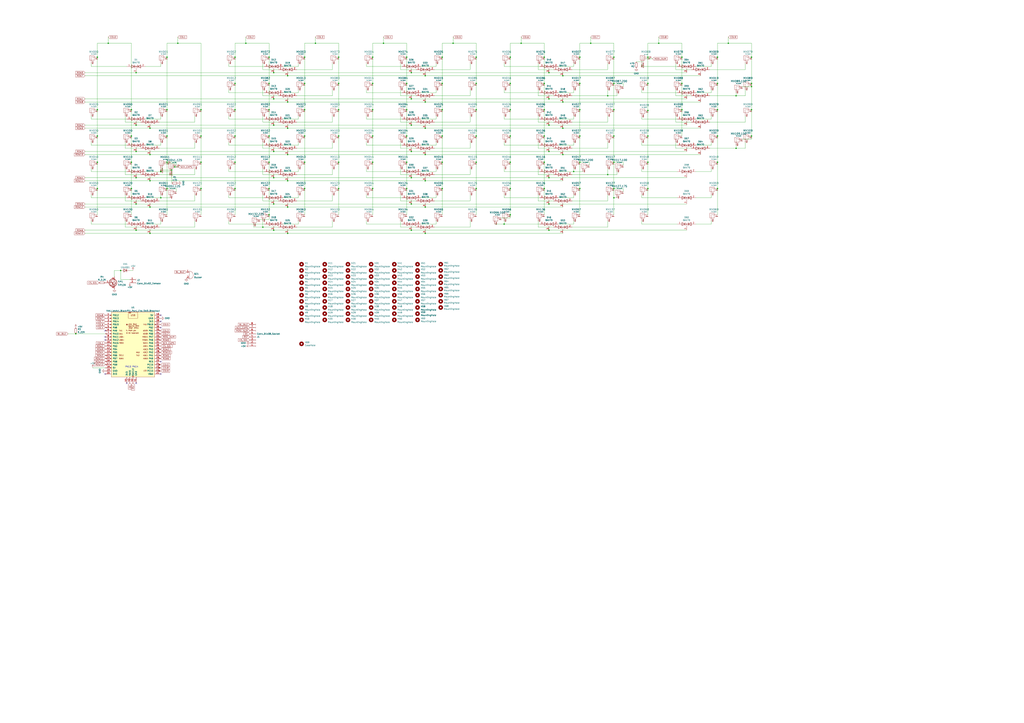
<source format=kicad_sch>
(kicad_sch (version 20230121) (generator eeschema)
  (paper "A1")
  (junction (at 363.22 133.35))
  (junction (at 349.25 148.59))
  (junction (at 419.1 46.99))
  (junction (at 236.22 83.82))
  (junction (at 201.93 35.56))
  (junction (at 363.22 46.99))
  (junction (at 363.22 154.94))
  (junction (at 604.52 78.74))
  (junction (at 337.82 59.69))
  (junction (at 80.01 111.76))
  (junction (at 532.13 46.99))
  (junction (at 337.82 102.87))
  (junction (at 598.17 35.56))
  (junction (at 193.04 111.76))
  (junction (at 589.28 68.58))
  (junction (at 447.04 111.76))
  (junction (at 476.25 68.58))
  (junction (at 349.25 191.77))
  (junction (at 224.79 146.05))
  (junction (at 462.28 62.23))
  (junction (at 617.22 90.17))
  (junction (at 111.76 102.87))
  (junction (at 363.22 90.17))
  (junction (at 62.23 274.32))
  (junction (at 363.22 68.58))
  (junction (at 220.98 68.58))
  (junction (at 560.07 68.58))
  (junction (at 532.13 111.76))
  (junction (at 532.13 68.58))
  (junction (at 391.16 111.76))
  (junction (at 306.07 90.17))
  (junction (at 450.85 167.64))
  (junction (at 447.04 68.58))
  (junction (at 220.98 176.53))
  (junction (at 447.04 133.35))
  (junction (at 193.04 46.99))
  (junction (at 306.07 68.58))
  (junction (at 123.19 105.41))
  (junction (at 99.06 222.25))
  (junction (at 334.01 90.17))
  (junction (at 334.01 68.58))
  (junction (at 476.25 46.99))
  (junction (at 165.1 90.17))
  (junction (at 419.1 133.35))
  (junction (at 250.19 111.76))
  (junction (at 140.97 139.7))
  (junction (at 278.13 68.58))
  (junction (at 278.13 133.35))
  (junction (at 532.13 154.94))
  (junction (at 278.13 111.76))
  (junction (at 337.82 124.46))
  (junction (at 193.04 90.17))
  (junction (at 450.85 59.69))
  (junction (at 278.13 90.17))
  (junction (at 450.85 124.46))
  (junction (at 419.1 176.53))
  (junction (at 391.16 133.35))
  (junction (at 137.16 46.99))
  (junction (at 250.19 90.17))
  (junction (at 111.76 189.23))
  (junction (at 107.95 133.35))
  (junction (at 250.19 133.35))
  (junction (at 462.28 105.41))
  (junction (at 617.22 68.58))
  (junction (at 391.16 68.58))
  (junction (at 224.79 102.87))
  (junction (at 337.82 81.28))
  (junction (at 334.01 111.76))
  (junction (at 215.9 186.69))
  (junction (at 471.17 140.97))
  (junction (at 617.22 71.12))
  (junction (at 236.22 170.18))
  (junction (at 419.1 68.58))
  (junction (at 236.22 105.41))
  (junction (at 278.13 46.99))
  (junction (at 349.25 105.41))
  (junction (at 450.85 102.87))
  (junction (at 236.22 127))
  (junction (at 504.19 154.94))
  (junction (at 220.98 46.99))
  (junction (at 485.14 35.56))
  (junction (at 447.04 154.94))
  (junction (at 419.1 90.17))
  (junction (at 123.19 148.59))
  (junction (at 314.96 35.56))
  (junction (at 560.07 46.99))
  (junction (at 504.19 111.76))
  (junction (at 123.19 170.18))
  (junction (at 111.76 146.05))
  (junction (at 504.19 162.56))
  (junction (at 499.11 78.74))
  (junction (at 236.22 148.59))
  (junction (at 80.01 154.94))
  (junction (at 504.19 133.35))
  (junction (at 80.01 46.99))
  (junction (at 462.28 83.82))
  (junction (at 306.07 154.94))
  (junction (at 224.79 189.23))
  (junction (at 617.22 111.76))
  (junction (at 224.79 81.28))
  (junction (at 224.79 167.64))
  (junction (at 589.28 111.76))
  (junction (at 250.19 68.58))
  (junction (at 80.01 90.17))
  (junction (at 165.1 154.94))
  (junction (at 143.51 137.16))
  (junction (at 450.85 189.23))
  (junction (at 427.99 35.56))
  (junction (at 349.25 83.82))
  (junction (at 604.52 121.92))
  (junction (at 447.04 90.17))
  (junction (at 462.28 127))
  (junction (at 560.07 90.17))
  (junction (at 349.25 170.18))
  (junction (at 532.13 133.35))
  (junction (at 337.82 167.64))
  (junction (at 306.07 111.76))
  (junction (at 236.22 191.77))
  (junction (at 337.82 146.05))
  (junction (at 250.19 46.99))
  (junction (at 132.08 162.56))
  (junction (at 193.04 68.58))
  (junction (at 589.28 90.17))
  (junction (at 419.1 154.94))
  (junction (at 250.19 154.94))
  (junction (at 334.01 46.99))
  (junction (at 306.07 133.35))
  (junction (at 193.04 154.94))
  (junction (at 80.01 133.35))
  (junction (at 391.16 90.17))
  (junction (at 476.25 133.35))
  (junction (at 111.76 167.64))
  (junction (at 450.85 146.05))
  (junction (at 137.16 154.94))
  (junction (at 137.16 133.35))
  (junction (at 447.04 46.99))
  (junction (at 123.19 127))
  (junction (at 259.08 35.56))
  (junction (at 450.85 81.28))
  (junction (at 137.16 111.76))
  (junction (at 220.98 154.94))
  (junction (at 504.19 90.17))
  (junction (at 499.11 143.51))
  (junction (at 165.1 111.76))
  (junction (at 504.19 46.99))
  (junction (at 107.95 154.94))
  (junction (at 414.02 184.15))
  (junction (at 224.79 124.46))
  (junction (at 391.16 46.99))
  (junction (at 306.07 46.99))
  (junction (at 476.25 90.17))
  (junction (at 220.98 133.35))
  (junction (at 532.13 90.805))
  (junction (at 111.76 59.69))
  (junction (at 541.02 35.56))
  (junction (at 88.9 35.56))
  (junction (at 165.1 133.35))
  (junction (at 589.28 154.94))
  (junction (at 617.22 46.99))
  (junction (at 132.08 140.97))
  (junction (at 363.22 111.76))
  (junction (at 372.11 35.56))
  (junction (at 589.28 133.35))
  (junction (at 504.19 68.58))
  (junction (at 278.13 154.94))
  (junction (at 334.01 133.35))
  (junction (at 476.25 111.76))
  (junction (at 137.16 90.17))
  (junction (at 220.98 90.17))
  (junction (at 337.82 189.23))
  (junction (at 107.95 111.76))
  (junction (at 107.95 90.17))
  (junction (at 334.01 154.94))
  (junction (at 391.16 154.94))
  (junction (at 589.28 46.99))
  (junction (at 193.04 133.35))
  (junction (at 419.1 111.76))
  (junction (at 224.79 59.69))
  (junction (at 236.22 62.23))
  (junction (at 476.25 154.94))
  (junction (at 349.25 62.23))
  (junction (at 349.25 127))
  (junction (at 220.98 111.76))
  (junction (at 123.19 191.77))
  (junction (at 111.76 124.46))
  (junction (at 146.05 35.56))
  (no_connect (at 132.08 259.08))
  (no_connect (at 86.36 276.86))
  (no_connect (at 86.36 307.34))
  (no_connect (at 132.08 269.24))
  (no_connect (at 111.76 314.96))
  (no_connect (at 132.08 297.18))
  (no_connect (at 104.14 314.96))
  (no_connect (at 132.08 307.34))
  (no_connect (at 132.08 264.16))
  (no_connect (at 86.36 271.78))
  (no_connect (at 86.36 279.4))
  (wire (pts (xy 337.82 102.87) (xy 450.85 102.87)))
  (wire (pts (xy 612.14 100.33) (xy 582.93 100.33)))
  (wire (pts (xy 337.82 124.46) (xy 450.85 124.46)))
  (wire (pts (xy 483.87 135.89) (xy 483.87 133.35)))
  (wire (pts (xy 441.96 165.1) (xy 454.66 165.1)))
  (wire (pts (xy 330.2 162.56) (xy 300.99 162.56)))
  (wire (pts (xy 224.79 167.64) (xy 337.82 167.64)))
  (wire (pts (xy 349.25 191.77) (xy 462.28 191.77)))
  (wire (pts (xy 215.9 100.33) (xy 228.6 100.33)))
  (wire (pts (xy 386.08 121.92) (xy 356.87 121.92)))
  (wire (pts (xy 215.9 116.84) (xy 215.9 121.92)))
  (wire (pts (xy 80.01 46.99) (xy 80.01 90.17)))
  (wire (pts (xy 132.08 140.97) (xy 139.7 140.97)))
  (wire (pts (xy 485.14 30.48) (xy 485.14 35.56)))
  (wire (pts (xy 617.22 111.76) (xy 617.22 114.3)))
  (wire (pts (xy 427.99 35.56) (xy 419.1 35.56)))
  (wire (pts (xy 160.02 186.69) (xy 130.81 186.69)))
  (wire (pts (xy 358.14 73.66) (xy 358.14 76.2)))
  (wire (pts (xy 358.14 181.61) (xy 358.14 184.15)))
  (wire (pts (xy 137.16 154.94) (xy 137.16 176.53)))
  (wire (pts (xy 273.05 95.25) (xy 273.05 100.33)))
  (wire (pts (xy 471.17 181.61) (xy 471.17 184.15)))
  (wire (pts (xy 584.2 76.2) (xy 571.5 76.2)))
  (wire (pts (xy 123.19 170.18) (xy 236.22 170.18)))
  (wire (pts (xy 224.79 124.46) (xy 337.82 124.46)))
  (wire (pts (xy 69.85 148.59) (xy 123.19 148.59)))
  (wire (pts (xy 69.85 81.28) (xy 224.79 81.28)))
  (wire (pts (xy 337.82 59.69) (xy 450.85 59.69)))
  (wire (pts (xy 447.04 68.58) (xy 447.04 90.17)))
  (wire (pts (xy 132.08 54.61) (xy 119.38 54.61)))
  (wire (pts (xy 386.08 95.25) (xy 386.08 100.33)))
  (wire (pts (xy 589.28 68.58) (xy 589.28 90.17)))
  (wire (pts (xy 224.79 81.28) (xy 337.82 81.28)))
  (wire (pts (xy 391.16 46.99) (xy 391.16 68.58)))
  (wire (pts (xy 123.19 148.59) (xy 236.22 148.59)))
  (wire (pts (xy 363.22 133.35) (xy 363.22 154.94)))
  (wire (pts (xy 250.19 133.35) (xy 250.19 154.94)))
  (wire (pts (xy 250.19 90.17) (xy 250.19 111.76)))
  (wire (pts (xy 532.13 68.58) (xy 532.13 90.805)))
  (wire (pts (xy 146.05 35.56) (xy 137.16 35.56)))
  (wire (pts (xy 273.05 73.66) (xy 273.05 78.74)))
  (wire (pts (xy 471.17 97.79) (xy 458.47 97.79)))
  (wire (pts (xy 349.25 105.41) (xy 462.28 105.41)))
  (wire (pts (xy 419.1 154.94) (xy 419.1 176.53)))
  (wire (pts (xy 69.85 102.87) (xy 111.76 102.87)))
  (wire (pts (xy 527.05 119.38) (xy 556.26 119.38)))
  (wire (pts (xy 504.19 154.94) (xy 504.19 162.56)))
  (wire (pts (xy 250.19 154.94) (xy 250.19 176.53)))
  (wire (pts (xy 485.14 35.56) (xy 504.19 35.56)))
  (wire (pts (xy 363.22 35.56) (xy 363.22 46.99)))
  (wire (pts (xy 245.11 162.56) (xy 232.41 162.56)))
  (wire (pts (xy 215.9 57.15) (xy 228.6 57.15)))
  (wire (pts (xy 471.17 52.07) (xy 471.17 54.61)))
  (wire (pts (xy 306.07 68.58) (xy 306.07 90.17)))
  (wire (pts (xy 560.07 46.99) (xy 560.07 68.58)))
  (wire (pts (xy 69.85 170.18) (xy 123.19 170.18)))
  (wire (pts (xy 245.11 184.15) (xy 232.41 184.15)))
  (wire (pts (xy 328.93 143.51) (xy 341.63 143.51)))
  (wire (pts (xy 187.96 76.2) (xy 217.17 76.2)))
  (wire (pts (xy 201.93 35.56) (xy 220.98 35.56)))
  (wire (pts (xy 215.9 95.25) (xy 215.9 100.33)))
  (wire (pts (xy 504.19 46.99) (xy 504.19 68.58)))
  (wire (pts (xy 349.25 62.23) (xy 462.28 62.23)))
  (wire (pts (xy 589.28 46.99) (xy 589.28 68.58)))
  (wire (pts (xy 69.85 127) (xy 123.19 127)))
  (wire (pts (xy 511.81 133.35) (xy 504.19 133.35)))
  (wire (pts (xy 391.16 90.17) (xy 391.16 111.76)))
  (wire (pts (xy 334.01 90.17) (xy 334.01 111.76)))
  (wire (pts (xy 584.2 140.97) (xy 571.5 140.97)))
  (wire (pts (xy 328.93 116.84) (xy 328.93 121.92)))
  (wire (pts (xy 250.19 46.99) (xy 250.19 68.58)))
  (wire (pts (xy 554.99 73.66) (xy 554.99 78.74)))
  (wire (pts (xy 485.14 35.56) (xy 476.25 35.56)))
  (wire (pts (xy 612.14 95.25) (xy 612.14 100.33)))
  (wire (pts (xy 245.11 119.38) (xy 232.41 119.38)))
  (wire (pts (xy 504.19 133.35) (xy 504.19 154.94)))
  (wire (pts (xy 358.14 184.15) (xy 345.44 184.15)))
  (wire (pts (xy 506.73 162.56) (xy 504.19 162.56)))
  (wire (pts (xy 69.85 59.69) (xy 111.76 59.69)))
  (wire (pts (xy 140.97 139.7) (xy 133.35 139.7)))
  (wire (pts (xy 334.01 111.76) (xy 334.01 133.35)))
  (wire (pts (xy 69.85 167.64) (xy 111.76 167.64)))
  (wire (pts (xy 584.2 116.84) (xy 584.2 119.38)))
  (wire (pts (xy 450.85 124.46) (xy 563.88 124.46)))
  (wire (pts (xy 584.2 162.56) (xy 584.2 160.02)))
  (wire (pts (xy 427.99 35.56) (xy 447.04 35.56)))
  (wire (pts (xy 541.02 30.48) (xy 541.02 35.56)))
  (wire (pts (xy 499.11 95.25) (xy 499.11 100.33)))
  (wire (pts (xy 527.05 54.61) (xy 527.05 52.07)))
  (wire (pts (xy 165.1 90.17) (xy 165.1 111.76)))
  (wire (pts (xy 612.14 52.07) (xy 612.14 57.15)))
  (wire (pts (xy 137.16 90.17) (xy 137.16 111.76)))
  (wire (pts (xy 306.07 90.17) (xy 306.07 111.76)))
  (wire (pts (xy 132.08 97.79) (xy 119.38 97.79)))
  (wire (pts (xy 462.28 62.23) (xy 575.31 62.23)))
  (wire (pts (xy 187.96 138.43) (xy 187.96 140.97)))
  (wire (pts (xy 328.93 186.69) (xy 341.63 186.69)))
  (wire (pts (xy 386.08 160.02) (xy 386.08 165.1)))
  (wire (pts (xy 137.16 133.35) (xy 137.16 154.94)))
  (wire (pts (xy 458.47 119.38) (xy 471.17 119.38)))
  (wire (pts (xy 132.08 95.25) (xy 132.08 97.79)))
  (wire (pts (xy 499.11 57.15) (xy 469.9 57.15)))
  (wire (pts (xy 504.19 90.17) (xy 504.19 111.76)))
  (wire (pts (xy 391.16 111.76) (xy 391.16 133.35)))
  (wire (pts (xy 74.93 140.97) (xy 104.14 140.97)))
  (wire (pts (xy 74.93 52.07) (xy 74.93 54.61)))
  (wire (pts (xy 300.99 119.38) (xy 330.2 119.38)))
  (wire (pts (xy 358.14 140.97) (xy 345.44 140.97)))
  (wire (pts (xy 414.02 140.97) (xy 443.23 140.97)))
  (wire (pts (xy 363.22 46.99) (xy 363.22 68.58)))
  (wire (pts (xy 554.99 52.07) (xy 554.99 57.15)))
  (wire (pts (xy 391.16 154.94) (xy 391.16 176.53)))
  (wire (pts (xy 74.93 95.25) (xy 74.93 97.79)))
  (wire (pts (xy 76.2 302.26) (xy 86.36 302.26)))
  (wire (pts (xy 245.11 97.79) (xy 232.41 97.79)))
  (wire (pts (xy 187.96 97.79) (xy 217.17 97.79)))
  (wire (pts (xy 334.01 68.58) (xy 334.01 90.17)))
  (wire (pts (xy 419.1 90.17) (xy 419.1 111.76)))
  (wire (pts (xy 560.07 68.58) (xy 560.07 90.17)))
  (wire (pts (xy 441.96 52.07) (xy 441.96 57.15)))
  (wire (pts (xy 337.82 81.28) (xy 450.85 81.28)))
  (wire (pts (xy 132.08 140.97) (xy 119.38 140.97)))
  (wire (pts (xy 245.11 116.84) (xy 245.11 119.38)))
  (wire (pts (xy 372.11 35.56) (xy 363.22 35.56)))
  (wire (pts (xy 476.25 111.76) (xy 476.25 133.35)))
  (wire (pts (xy 314.96 35.56) (xy 334.01 35.56)))
  (wire (pts (xy 215.9 181.61) (xy 215.9 186.69)))
  (wire (pts (xy 273.05 100.33) (xy 243.84 100.33)))
  (wire (pts (xy 447.04 111.76) (xy 447.04 133.35)))
  (wire (pts (xy 245.11 160.02) (xy 245.11 162.56)))
  (wire (pts (xy 160.02 138.43) (xy 160.02 143.51)))
  (wire (pts (xy 414.02 119.38) (xy 443.23 119.38)))
  (wire (pts (xy 160.02 121.92) (xy 130.81 121.92)))
  (wire (pts (xy 160.02 116.84) (xy 160.02 121.92)))
  (wire (pts (xy 589.28 111.76) (xy 589.28 133.35)))
  (wire (pts (xy 476.25 68.58) (xy 476.25 90.17)))
  (wire (pts (xy 372.11 35.56) (xy 391.16 35.56)))
  (wire (pts (xy 146.05 30.48) (xy 146.05 35.56)))
  (wire (pts (xy 612.14 78.74) (xy 604.52 78.74)))
  (wire (pts (xy 187.96 160.02) (xy 187.96 162.56)))
  (wire (pts (xy 328.93 57.15) (xy 341.63 57.15)))
  (wire (pts (xy 450.85 167.64) (xy 563.88 167.64)))
  (wire (pts (xy 471.17 95.25) (xy 471.17 97.79)))
  (wire (pts (xy 450.85 81.28) (xy 563.88 81.28)))
  (wire (pts (xy 213.36 180.34) (xy 220.98 180.34)))
  (wire (pts (xy 419.1 179.07) (xy 419.1 176.53)))
  (wire (pts (xy 306.07 133.35) (xy 306.07 154.94)))
  (wire (pts (xy 74.93 184.15) (xy 104.14 184.15)))
  (wire (pts (xy 560.07 35.56) (xy 560.07 46.99)))
  (wire (pts (xy 215.9 138.43) (xy 215.9 143.51)))
  (wire (pts (xy 220.98 111.76) (xy 220.98 133.35)))
  (wire (pts (xy 107.95 111.76) (xy 107.95 133.35)))
  (wire (pts (xy 414.02 97.79) (xy 443.23 97.79)))
  (wire (pts (xy 306.07 154.94) (xy 306.07 176.53)))
  (wire (pts (xy 220.98 90.17) (xy 220.98 111.76)))
  (wire (pts (xy 250.19 35.56) (xy 250.19 46.99)))
  (wire (pts (xy 273.05 143.51) (xy 243.84 143.51)))
  (wire (pts (xy 102.87 160.02) (xy 102.87 165.1)))
  (wire (pts (xy 187.96 116.84) (xy 187.96 119.38)))
  (wire (pts (xy 447.04 90.17) (xy 447.04 111.76)))
  (wire (pts (xy 349.25 170.18) (xy 462.28 170.18)))
  (wire (pts (xy 137.16 46.99) (xy 137.16 90.17)))
  (wire (pts (xy 306.07 35.56) (xy 306.07 46.99)))
  (wire (pts (xy 160.02 181.61) (xy 160.02 186.69)))
  (wire (pts (xy 278.13 68.58) (xy 278.13 90.17)))
  (wire (pts (xy 111.76 59.69) (xy 224.79 59.69)))
  (wire (pts (xy 273.05 160.02) (xy 273.05 165.1)))
  (wire (pts (xy 137.16 35.56) (xy 137.16 46.99)))
  (wire (pts (xy 143.51 134.62) (xy 143.51 137.16)))
  (wire (pts (xy 245.11 73.66) (xy 245.11 76.2)))
  (wire (pts (xy 612.14 116.84) (xy 612.14 121.92)))
  (wire (pts (xy 441.96 116.84) (xy 441.96 121.92)))
  (wire (pts (xy 224.79 102.87) (xy 337.82 102.87)))
  (wire (pts (xy 273.05 57.15) (xy 243.84 57.15)))
  (wire (pts (xy 328.93 100.33) (xy 341.63 100.33)))
  (wire (pts (xy 441.96 143.51) (xy 454.66 143.51)))
  (wire (pts (xy 447.04 133.35) (xy 447.04 154.94)))
  (wire (pts (xy 250.19 68.58) (xy 250.19 90.17)))
  (wire (pts (xy 499.11 160.02) (xy 499.11 165.1)))
  (wire (pts (xy 273.05 116.84) (xy 273.05 121.92)))
  (wire (pts (xy 386.08 116.84) (xy 386.08 121.92)))
  (wire (pts (xy 414.02 76.2) (xy 443.23 76.2)))
  (wire (pts (xy 349.25 148.59) (xy 462.28 148.59)))
  (wire (pts (xy 300.99 97.79) (xy 330.2 97.79)))
  (wire (pts (xy 499.11 121.92) (xy 469.9 121.92)))
  (wire (pts (xy 236.22 105.41) (xy 349.25 105.41)))
  (wire (pts (xy 165.1 111.76) (xy 165.1 133.35)))
  (wire (pts (xy 506.73 76.2) (xy 506.73 78.74)))
  (wire (pts (xy 349.25 83.82) (xy 462.28 83.82)))
  (wire (pts (xy 358.14 52.07) (xy 358.14 54.61)))
  (wire (pts (xy 132.08 184.15) (xy 119.38 184.15)))
  (wire (pts (xy 511.81 135.89) (xy 511.81 133.35)))
  (wire (pts (xy 337.82 189.23) (xy 450.85 189.23)))
  (wire (pts (xy 584.2 73.66) (xy 584.2 76.2)))
  (wire (pts (xy 391.16 133.35) (xy 391.16 154.94)))
  (wire (pts (xy 598.17 30.48) (xy 598.17 35.56)))
  (wire (pts (xy 589.28 154.94) (xy 589.28 176.53)))
  (wire (pts (xy 358.14 95.25) (xy 358.14 97.79)))
  (wire (pts (xy 414.02 95.25) (xy 414.02 97.79)))
  (wire (pts (xy 527.05 184.15) (xy 527.05 181.61)))
  (wire (pts (xy 146.05 35.56) (xy 165.1 35.56)))
  (wire (pts (xy 499.11 165.1) (xy 469.9 165.1)))
  (wire (pts (xy 441.96 73.66) (xy 441.96 78.74)))
  (wire (pts (xy 220.98 133.35) (xy 220.98 154.94)))
  (wire (pts (xy 137.16 111.76) (xy 137.16 133.35)))
  (wire (pts (xy 88.9 30.48) (xy 88.9 35.56)))
  (wire (pts (xy 527.05 138.43) (xy 527.05 140.97)))
  (wire (pts (xy 208.28 185.42) (xy 208.28 186.69)))
  (wire (pts (xy 236.22 148.59) (xy 349.25 148.59)))
  (wire (pts (xy 107.95 154.94) (xy 107.95 176.53)))
  (wire (pts (xy 504.19 111.76) (xy 504.19 133.35)))
  (wire (pts (xy 471.17 162.56) (xy 458.47 162.56)))
  (wire (pts (xy 604.52 121.92) (xy 582.93 121.92)))
  (wire (pts (xy 506.73 140.97) (xy 506.73 143.51)))
  (wire (pts (xy 584.2 181.61) (xy 584.2 184.15)))
  (wire (pts (xy 589.28 90.17) (xy 589.28 111.76)))
  (wire (pts (xy 107.95 35.56) (xy 107.95 90.17)))
  (wire (pts (xy 278.13 133.35) (xy 278.13 154.94)))
  (wire (pts (xy 314.96 30.48) (xy 314.96 35.56)))
  (wire (pts (xy 300.99 116.84) (xy 300.99 119.38)))
  (wire (pts (xy 506.73 143.51) (xy 499.11 143.51)))
  (wire (pts (xy 93.98 222.25) (xy 93.98 227.33)))
  (wire (pts (xy 106.68 222.25) (xy 109.22 222.25)))
  (wire (pts (xy 193.04 111.76) (xy 193.04 133.35)))
  (wire (pts (xy 499.11 138.43) (xy 499.11 143.51)))
  (wire (pts (xy 69.85 146.05) (xy 111.76 146.05)))
  (wire (pts (xy 80.01 111.76) (xy 80.01 133.35)))
  (wire (pts (xy 236.22 83.82) (xy 349.25 83.82)))
  (wire (pts (xy 386.08 181.61) (xy 386.08 186.69)))
  (wire (pts (xy 584.2 97.79) (xy 571.5 97.79)))
  (wire (pts (xy 220.98 46.99) (xy 220.98 68.58)))
  (wire (pts (xy 471.17 184.15) (xy 458.47 184.15)))
  (wire (pts (xy 617.22 90.17) (xy 617.22 111.76)))
  (wire (pts (xy 414.02 116.84) (xy 414.02 119.38)))
  (wire (pts (xy 334.01 46.99) (xy 334.01 68.58)))
  (wire (pts (xy 527.05 95.885) (xy 527.05 97.79)))
  (wire (pts (xy 414.02 181.61) (xy 414.02 184.15)))
  (wire (pts (xy 99.06 229.87) (xy 99.06 222.25)))
  (wire (pts (xy 273.05 138.43) (xy 273.05 143.51)))
  (wire (pts (xy 441.96 138.43) (xy 441.96 143.51)))
  (wire (pts (xy 499.11 143.51) (xy 469.9 143.51)))
  (wire (pts (xy 560.07 90.17) (xy 560.07 111.76)))
  (wire (pts (xy 411.48 179.07) (xy 419.1 179.07)))
  (wire (pts (xy 102.87 100.33) (xy 115.57 100.33)))
  (wire (pts (xy 554.99 78.74) (xy 567.69 78.74)))
  (wire (pts (xy 450.85 102.87) (xy 563.88 102.87)))
  (wire (pts (xy 259.08 35.56) (xy 250.19 35.56)))
  (wire (pts (xy 386.08 78.74) (xy 356.87 78.74)))
  (wire (pts (xy 187.96 181.61) (xy 187.96 184.15)))
  (wire (pts (xy 306.07 46.99) (xy 306.07 68.58)))
  (wire (pts (xy 554.99 100.33) (xy 567.69 100.33)))
  (wire (pts (xy 74.93 160.02) (xy 74.93 162.56)))
  (wire (pts (xy 447.04 35.56) (xy 447.04 46.99)))
  (wire (pts (xy 273.05 181.61) (xy 273.05 186.69)))
  (wire (pts (xy 419.1 68.58) (xy 419.1 90.17)))
  (wire (pts (xy 571.5 162.56) (xy 584.2 162.56)))
  (wire (pts (xy 69.85 83.82) (xy 236.22 83.82)))
  (wire (pts (xy 144.78 154.94) (xy 137.16 154.94)))
  (wire (pts (xy 278.13 154.94) (xy 278.13 176.53)))
  (wire (pts (xy 471.17 138.43) (xy 471.17 140.97)))
  (wire (pts (xy 193.04 46.99) (xy 193.04 68.58)))
  (wire (pts (xy 414.02 138.43) (xy 414.02 140.97)))
  (wire (pts (xy 220.98 154.94) (xy 220.98 176.53)))
  (wire (pts (xy 419.1 46.99) (xy 419.1 68.58)))
  (wire (pts (xy 504.19 162.56) (xy 504.19 176.53)))
  (wire (pts (xy 80.01 133.35) (xy 80.01 154.94)))
  (wire (pts (xy 447.04 46.99) (xy 447.04 68.58)))
  (wire (pts (xy 74.93 162.56) (xy 104.14 162.56)))
  (wire (pts (xy 62.23 274.32) (xy 86.36 274.32)))
  (wire (pts (xy 306.07 111.76) (xy 306.07 133.35)))
  (wire (pts (xy 69.85 62.23) (xy 236.22 62.23)))
  (wire (pts (xy 476.25 46.99) (xy 476.25 68.58)))
  (wire (pts (xy 144.78 133.35) (xy 137.16 133.35)))
  (wire (pts (xy 300.99 140.97) (xy 300.99 138.43)))
  (wire (pts (xy 532.13 154.94) (xy 532.13 176.53)))
  (wire (pts (xy 617.22 71.12) (xy 617.22 90.17)))
  (wire (pts (xy 511.81 157.48) (xy 511.81 154.94)))
  (wire (pts (xy 478.79 140.97) (xy 471.17 140.97)))
  (wire (pts (xy 215.9 78.74) (xy 228.6 78.74)))
  (wire (pts (xy 111.76 146.05) (xy 224.79 146.05)))
  (wire (pts (xy 386.08 100.33) (xy 356.87 100.33)))
  (wire (pts (xy 123.19 105.41) (xy 236.22 105.41)))
  (wire (pts (xy 334.01 133.35) (xy 334.01 154.94)))
  (wire (pts (xy 220.98 35.56) (xy 220.98 46.99)))
  (wire (pts (xy 245.11 54.61) (xy 232.41 54.61)))
  (wire (pts (xy 102.87 116.84) (xy 102.87 121.92)))
  (wire (pts (xy 220.98 68.58) (xy 220.98 90.17)))
  (wire (pts (xy 462.28 83.82) (xy 575.31 83.82)))
  (wire (pts (xy 132.08 52.07) (xy 132.08 54.61)))
  (wire (pts (xy 386.08 57.15) (xy 356.87 57.15)))
  (wire (pts (xy 215.9 52.07) (xy 215.9 57.15)))
  (wire (pts (xy 358.14 119.38) (xy 345.44 119.38)))
  (wire (pts (xy 556.26 97.79) (xy 527.05 97.79)))
  (wire (pts (xy 532.13 46.99) (xy 532.13 68.58)))
  (wire (pts (xy 328.93 95.25) (xy 328.93 100.33)))
  (wire (pts (xy 102.87 121.92) (xy 115.57 121.92)))
  (wire (pts (xy 476.25 133.35) (xy 476.25 154.94)))
  (wire (pts (xy 391.16 68.58) (xy 391.16 90.17)))
  (wire (pts (xy 74.93 138.43) (xy 74.93 140.97)))
  (wire (pts (xy 300.99 95.25) (xy 300.99 97.79)))
  (wire (pts (xy 143.51 137.16) (xy 146.685 137.16)))
  (wire (pts (xy 450.85 146.05) (xy 563.88 146.05)))
  (wire (pts (xy 441.96 181.61) (xy 441.96 186.69)))
  (wire (pts (xy 554.99 57.15) (xy 567.69 57.15)))
  (wire (pts (xy 441.96 95.25) (xy 441.96 100.33)))
  (wire (pts (xy 215.9 73.66) (xy 215.9 78.74)))
  (wire (pts (xy 69.85 191.77) (xy 123.19 191.77)))
  (wire (pts (xy 133.35 139.7) (xy 133.35 137.16)))
  (wire (pts (xy 363.22 111.76) (xy 363.22 133.35)))
  (wire (pts (xy 476.25 154.94) (xy 476.25 176.53)))
  (wire (pts (xy 132.08 119.38) (xy 119.38 119.38)))
  (wire (pts (xy 386.08 186.69) (xy 356.87 186.69)))
  (wire (pts (xy 273.05 121.92) (xy 243.84 121.92)))
  (wire (pts (xy 541.02 35.56) (xy 560.07 35.56)))
  (wire (pts (xy 450.85 59.69) (xy 563.88 59.69)))
  (wire (pts (xy 245.11 76.2) (xy 232.41 76.2)))
  (wire (pts (xy 102.87 143.51) (xy 115.57 143.51)))
  (wire (pts (xy 589.28 133.35) (xy 589.28 154.94)))
  (wire (pts (xy 598.17 35.56) (xy 617.22 35.56)))
  (wire (pts (xy 450.85 189.23) (xy 563.88 189.23)))
  (wire (pts (xy 278.13 111.76) (xy 278.13 133.35)))
  (wire (pts (xy 363.22 154.94) (xy 363.22 176.53)))
  (wire (pts (xy 111.76 124.46) (xy 224.79 124.46)))
  (wire (pts (xy 278.13 35.56) (xy 278.13 46.99)))
  (wire (pts (xy 471.17 54.61) (xy 458.47 54.61)))
  (wire (pts (xy 499.11 78.74) (xy 469.9 78.74)))
  (wire (pts (xy 273.05 186.69) (xy 243.84 186.69)))
  (wire (pts (xy 74.93 181.61) (xy 74.93 184.15)))
  (wire (pts (xy 187.96 184.15) (xy 217.17 184.15)))
  (wire (pts (xy 419.1 111.76) (xy 419.1 133.35)))
  (wire (pts (xy 554.99 95.25) (xy 554.99 100.33)))
  (wire (pts (xy 300.99 52.07) (xy 300.99 54.61)))
  (wire (pts (xy 609.6 114.3) (xy 617.22 114.3)))
  (wire (pts (xy 406.4 184.15) (xy 414.02 184.15)))
  (wire (pts (xy 584.2 184.15) (xy 571.5 184.15)))
  (wire (pts (xy 527.05 76.2) (xy 527.05 73.66)))
  (wire (pts (xy 102.87 95.25) (xy 102.87 100.33)))
  (wire (pts (xy 589.28 35.56) (xy 589.28 46.99)))
  (wire (pts (xy 88.9 35.56) (xy 80.01 35.56)))
  (wire (pts (xy 471.17 160.02) (xy 471.17 162.56)))
  (wire (pts (xy 107.95 133.35) (xy 107.95 154.94)))
  (wire (pts (xy 471.17 76.2) (xy 458.47 76.2)))
  (wire (pts (xy 259.08 35.56) (xy 278.13 35.56)))
  (wire (pts (xy 123.19 127) (xy 236.22 127)))
  (wire (pts (xy 74.93 97.79) (xy 104.14 97.79)))
  (wire (pts (xy 80.01 90.17) (xy 80.01 111.76)))
  (wire (pts (xy 187.96 162.56) (xy 217.17 162.56)))
  (wire (pts (xy 193.04 35.56) (xy 193.04 46.99)))
  (wire (pts (xy 386.08 138.43) (xy 386.08 143.51)))
  (wire (pts (xy 224.79 59.69) (xy 337.82 59.69)))
  (wire (pts (xy 132.08 162.56) (xy 139.7 162.56)))
  (wire (pts (xy 201.93 35.56) (xy 193.04 35.56)))
  (wire (pts (xy 532.13 133.35) (xy 532.13 154.94)))
  (wire (pts (xy 224.79 189.23) (xy 337.82 189.23)))
  (wire (pts (xy 617.22 35.56) (xy 617.22 46.99)))
  (wire (pts (xy 617.22 68.58) (xy 617.22 71.12)))
  (wire (pts (xy 414.02 184.15) (xy 443.23 184.15)))
  (wire (pts (xy 278.13 46.99) (xy 278.13 68.58)))
  (wire (pts (xy 358.14 97.79) (xy 345.44 97.79)))
  (wire (pts (xy 556.26 184.15) (xy 527.05 184.15)))
  (wire (pts (xy 499.11 73.66) (xy 499.11 78.74)))
  (wire (pts (xy 88.9 35.56) (xy 107.95 35.56)))
  (wire (pts (xy 132.08 116.84) (xy 132.08 119.38)))
  (wire (pts (xy 102.87 186.69) (xy 115.57 186.69)))
  (wire (pts (xy 300.99 181.61) (xy 300.99 184.15)))
  (wire (pts (xy 236.22 191.77) (xy 349.25 191.77)))
  (wire (pts (xy 328.93 73.66) (xy 328.93 78.74)))
  (wire (pts (xy 530.86 48.26) (xy 535.94 48.26)))
  (wire (pts (xy 363.22 68.58) (xy 363.22 90.17)))
  (wire (pts (xy 556.26 54.61) (xy 527.05 54.61)))
  (wire (pts (xy 358.14 76.2) (xy 345.44 76.2)))
  (wire (pts (xy 328.93 160.02) (xy 328.93 165.1)))
  (wire (pts (xy 80.01 35.56) (xy 80.01 46.99)))
  (wire (pts (xy 328.93 121.92) (xy 341.63 121.92)))
  (wire (pts (xy 273.05 78.74) (xy 243.84 78.74)))
  (wire (pts (xy 328.93 52.07) (xy 328.93 57.15)))
  (wire (pts (xy 334.01 35.56) (xy 334.01 46.99)))
  (wire (pts (xy 236.22 127) (xy 349.25 127)))
  (wire (pts (xy 499.11 186.69) (xy 469.9 186.69)))
  (wire (pts (xy 93.98 222.25) (xy 99.06 222.25)))
  (wire (pts (xy 215.9 121.92) (xy 228.6 121.92)))
  (wire (pts (xy 504.19 35.56) (xy 504.19 46.99)))
  (wire (pts (xy 504.19 68.58) (xy 504.19 90.17)))
  (wire (pts (xy 132.08 138.43) (xy 132.08 140.97)))
  (wire (pts (xy 391.16 35.56) (xy 391.16 46.99)))
  (wire (pts (xy 462.28 105.41) (xy 575.31 105.41)))
  (wire (pts (xy 245.11 140.97) (xy 232.41 140.97)))
  (wire (pts (xy 414.02 54.61) (xy 443.23 54.61)))
  (wire (pts (xy 106.68 229.87) (xy 99.06 229.87)))
  (wire (pts (xy 386.08 52.07) (xy 386.08 57.15)))
  (wire (pts (xy 506.73 78.74) (xy 499.11 78.74)))
  (wire (pts (xy 476.25 90.17) (xy 476.25 111.76)))
  (wire (pts (xy 511.81 154.94) (xy 504.19 154.94)))
  (wire (pts (xy 300.99 73.66) (xy 300.99 76.2)))
  (wire (pts (xy 604.52 78.74) (xy 582.93 78.74)))
  (wire (pts (xy 358.14 54.61) (xy 345.44 54.61)))
  (wire (pts (xy 556.26 76.2) (xy 527.05 76.2)))
  (wire (pts (xy 527.05 116.84) (xy 527.05 119.38)))
  (wire (pts (xy 187.96 95.25) (xy 187.96 97.79)))
  (wire (pts (xy 245.11 138.43) (xy 245.11 140.97)))
  (wire (pts (xy 617.22 46.99) (xy 617.22 68.58)))
  (wire (pts (xy 165.1 154.94) (xy 165.1 176.53)))
  (wire (pts (xy 532.13 111.76) (xy 532.13 133.35)))
  (wire (pts (xy 584.2 54.61) (xy 571.5 54.61)))
  (wire (pts (xy 193.04 133.35) (xy 193.04 154.94)))
  (wire (pts (xy 74.93 119.38) (xy 104.14 119.38)))
  (wire (pts (xy 604.52 119.38) (xy 604.52 121.92)))
  (wire (pts (xy 201.93 30.48) (xy 201.93 35.56)))
  (wire (pts (xy 187.96 140.97) (xy 217.17 140.97)))
  (wire (pts (xy 584.2 138.43) (xy 584.2 140.97)))
  (wire (pts (xy 476.25 35.56) (xy 476.25 46.99)))
  (wire (pts (xy 427.99 30.48) (xy 427.99 35.56)))
  (wire (pts (xy 245.11 181.61) (xy 245.11 184.15)))
  (wire (pts (xy 208.28 186.69) (xy 215.9 186.69)))
  (wire (pts (xy 609.6 71.12) (xy 617.22 71.12)))
  (wire (pts (xy 300.99 76.2) (xy 330.2 76.2)))
  (wire (pts (xy 102.87 165.1) (xy 115.57 165.1)))
  (wire (pts (xy 447.04 154.94) (xy 447.04 176.53)))
  (wire (pts (xy 598.17 35.56) (xy 589.28 35.56)))
  (wire (pts (xy 328.93 138.43) (xy 328.93 143.51)))
  (wire (pts (xy 441.96 186.69) (xy 454.66 186.69)))
  (wire (pts (xy 334.01 154.94) (xy 334.01 176.53)))
  (wire (pts (xy 69.85 105.41) (xy 123.19 105.41)))
  (wire (pts (xy 132.08 162.56) (xy 119.38 162.56)))
  (wire (pts (xy 414.02 52.07) (xy 414.02 54.61)))
  (wire (pts (xy 532.13 35.56) (xy 532.13 46.99)))
  (wire (pts (xy 224.79 146.05) (xy 337.82 146.05)))
  (wire (pts (xy 612.14 57.15) (xy 582.93 57.15)))
  (wire (pts (xy 554.99 121.92) (xy 567.69 121.92)))
  (wire (pts (xy 499.11 181.61) (xy 499.11 186.69)))
  (wire (pts (xy 273.05 52.07) (xy 273.05 57.15)))
  (wire (pts (xy 328.93 165.1) (xy 341.63 165.1)))
  (wire (pts (xy 69.85 189.23) (xy 111.76 189.23)))
  (wire (pts (xy 527.05 140.97) (xy 556.26 140.97)))
  (wire (pts (xy 187.96 52.07) (xy 187.96 54.61)))
  (wire (pts (xy 441.96 160.02) (xy 441.96 165.1)))
  (wire (pts (xy 414.02 160.02) (xy 414.02 162.56)))
  (wire (pts (xy 220.98 180.34) (xy 220.98 176.53)))
  (wire (pts (xy 386.08 143.51) (xy 356.87 143.51)))
  (wire (pts (xy 414.02 162.56) (xy 443.23 162.56)))
  (wire (pts (xy 259.08 30.48) (xy 259.08 35.56)))
  (wire (pts (xy 236.22 62.23) (xy 349.25 62.23)))
  (wire (pts (xy 102.87 181.61) (xy 102.87 186.69)))
  (wire (pts (xy 135.89 134.62) (xy 143.51 134.62)))
  (wire (pts (xy 471.17 73.66) (xy 471.17 76.2)))
  (wire (pts (xy 458.47 140.97) (xy 471.17 140.97)))
  (wire (pts (xy 111.76 102.87) (xy 224.79 102.87)))
  (wire (pts (xy 300.99 162.56) (xy 300.99 160.02)))
  (wire (pts (xy 273.05 165.1) (xy 243.84 165.1)))
  (wire (pts (xy 80.01 154.94) (xy 80.01 176.53)))
  (wire (pts (xy 556.26 162.56) (xy 527.05 162.56)))
  (wire (pts (xy 414.02 73.66) (xy 414.02 76.2)))
  (wire (pts (xy 250.19 111.76) (xy 250.19 133.35)))
  (wire (pts (xy 511.81 68.58) (xy 504.19 68.58)))
  (wire (pts (xy 107.95 90.17) (xy 107.95 111.76)))
  (wire (pts (xy 193.04 68.58) (xy 193.04 90.17)))
  (wire (pts (xy 541.02 35.56) (xy 532.13 35.56)))
  (wire (pts (xy 358.14 160.02) (xy 358.14 162.56)))
  (wire (pts (xy 386.08 73.66) (xy 386.08 78.74)))
  (wire (pts (xy 123.19 191.77) (xy 236.22 191.77)))
  (wire (pts (xy 419.1 133.35) (xy 419.1 154.94)))
  (wire (pts (xy 462.28 127) (xy 575.31 127)))
  (wire (pts (xy 349.25 127) (xy 462.28 127)))
  (wire (pts (xy 386.08 165.1) (xy 356.87 165.1)))
  (wire (pts (xy 102.87 138.43) (xy 102.87 143.51)))
  (wire (pts (xy 483.87 133.35) (xy 476.25 133.35)))
  (wire (pts (xy 193.04 90.17) (xy 193.04 111.76)))
  (wire (pts (xy 278.13 90.17) (xy 278.13 111.76)))
  (wire (pts (xy 69.85 124.46) (xy 111.76 124.46)))
  (wire (pts (xy 160.02 100.33) (xy 130.81 100.33)))
  (wire (pts (xy 328.93 181.61) (xy 328.93 186.69)))
  (wire (pts (xy 511.81 71.12) (xy 511.81 68.58)))
  (wire (pts (xy 419.1 35.56) (xy 419.1 46.99)))
  (wire (pts (xy 499.11 52.07) (xy 499.11 57.15)))
  (wire (pts (xy 132.08 181.61) (xy 132.08 184.15)))
  (wire (pts (xy 330.2 140.97) (xy 300.99 140.97)))
  (wire (pts (xy 499.11 116.84) (xy 499.11 121.92)))
  (wire (pts (xy 165.1 35.56) (xy 165.1 90.17)))
  (wire (pts (xy 74.93 54.61) (xy 104.14 54.61)))
  (wire (pts (xy 111.76 189.23) (xy 224.79 189.23)))
  (wire (pts (xy 471.17 116.84) (xy 471.17 119.38)))
  (wire (pts (xy 441.96 121.92) (xy 454.66 121.92)))
  (wire (pts (xy 441.96 78.74) (xy 454.66 78.74)))
  (wire (pts (xy 441.96 100.33) (xy 454.66 100.33)))
  (wire (pts (xy 584.2 95.25) (xy 584.2 97.79)))
  (wire (pts (xy 300.99 184.15) (xy 330.2 184.15)))
  (wire (pts (xy 111.76 167.64) (xy 224.79 167.64)))
  (wire (pts (xy 130.81 143.51) (xy 160.02 143.51)))
  (wire (pts (xy 236.22 170.18) (xy 349.25 170.18)))
  (wire (pts (xy 337.82 146.05) (xy 450.85 146.05)))
  (wire (pts (xy 358.14 162.56) (xy 345.44 162.56)))
  (wire (pts (xy 358.14 138.43) (xy 358.14 140.97)))
  (wire (pts (xy 160.02 95.25) (xy 160.02 100.33)))
  (wire (pts (xy 314.96 35.56) (xy 306.07 35.56)))
  (wire (pts (xy 74.93 116.84) (xy 74.93 119.38)))
  (wire (pts (xy 187.96 54.61) (xy 217.17 54.61)))
  (wire (pts (xy 584.2 52.07) (xy 584.2 54.61)))
  (wire (pts (xy 193.04 154.94) (xy 193.04 176.53)))
  (wire (pts (xy 132.08 160.02) (xy 132.08 162.56)))
  (wire (pts (xy 187.96 73.66) (xy 187.96 76.2)))
  (wire (pts (xy 441.96 57.15) (xy 454.66 57.15)))
  (wire (pts (xy 215.9 186.69) (xy 228.6 186.69)))
  (wire (pts (xy 140.97 139.7) (xy 140.97 150.495)))
  (wire (pts (xy 215.9 143.51) (xy 228.6 143.51)))
  (wire (pts (xy 144.78 157.48) (xy 144.78 154.94)))
  (wire (pts (xy 584.2 119.38) (xy 571.5 119.38)))
  (wire (pts (xy 612.14 121.92) (xy 604.52 121.92)))
  (wire (pts (xy 522.605 50.8) (xy 528.32 50.8)))
  (wire (pts (xy 554.99 116.84) (xy 554.99 121.92)))
  (wire (pts (xy 160.02 165.1) (xy 130.81 165.1)))
  (wire (pts (xy 144.78 135.89) (xy 144.78 133.35)))
  (wire (pts (xy 358.14 116.84) (xy 358.14 119.38)))
  (wire (pts (xy 372.11 30.48) (xy 372.11 35.56)))
  (wire (pts (xy 337.82 167.64) (xy 450.85 167.64)))
  (wire (pts (xy 363.22 90.17) (xy 363.22 111.76)))
  (wire (pts (xy 604.52 76.2) (xy 604.52 78.74)))
  (wire (pts (xy 160.02 160.02) (xy 160.02 165.1)))
  (wire (pts (xy 469.9 100.33) (xy 499.11 100.33)))
  (wire (pts (xy 187.96 119.38) (xy 217.17 119.38)))
  (wire (pts (xy 328.93 78.74) (xy 341.63 78.74)))
  (wire (pts (xy 300.99 54.61) (xy 330.2 54.61)))
  (wire (pts (xy 165.1 133.35) (xy 165.1 154.94)))
  (wire (pts (xy 245.11 95.25) (xy 245.11 97.79)))
  (wire (pts (xy 245.11 52.07) (xy 245.11 54.61)))
  (wire (pts (xy 215.9 165.1) (xy 228.6 165.1)))
  (wire (pts (xy 532.13 90.805) (xy 532.13 111.76)))
  (wire (pts (xy 612.14 73.66) (xy 612.14 78.74)))
  (wire (pts (xy 215.9 160.02) (xy 215.9 165.1)))
  (wire (pts (xy 55.88 274.32) (xy 62.23 274.32)))
  (wire (pts (xy 527.05 162.56) (xy 527.05 160.02)))
  (text "PA13 PA14" (at 102.87 302.26 0) (effects (font (size 1.27 1.27)) (justify left bottom)))
  (global_label "CS_SOL" (shape input) (at 205.105 279.4 180) (property "Intersheetrefs" "${INTERSHEET_REFS}" (effects hide)))
  (global_label "COL5" (shape input) (at 132.08 266.7 0) (property "Intersheetrefs" "${INTERSHEET_REFS}" (effects hide)))
  (global_label "ROW6" (shape input) (at 132.08 294.64 0) (property "Intersheetrefs" "${INTERSHEET_REFS}" (effects hide)))
  (global_label "COL0" (shape input) (at 132.08 299.72 0) (property "Intersheetrefs" "${INTERSHEET_REFS}" (effects hide)))
  (global_label "COL8" (shape input) (at 132.08 302.26 0) (property "Intersheetrefs" "${INTERSHEET_REFS}" (effects hide)))
  (global_label "ROW0" (shape input) (at 132.08 279.4 0) (property "Intersheetrefs" "${INTERSHEET_REFS}" (effects hide)))
  (global_label "ROW9" (shape input) (at 86.36 287.02 180) (property "Intersheetrefs" "${INTERSHEET_REFS}" (effects hide)))
  (global_label "COL6" (shape input) (at 427.99 30.48 0) (property "Intersheetrefs" "${INTERSHEET_REFS}" (effects hide)))
  (global_label "BL_BUZ" (shape input) (at 153.035 223.52 180) (property "Intersheetrefs" "${INTERSHEET_REFS}" (effects hide)))
  (global_label "ROW11" (shape input) (at 86.36 294.64 180) (property "Intersheetrefs" "${INTERSHEET_REFS}" (effects hide)))
  (global_label "COL0" (shape input) (at 88.9 30.48 0) (property "Intersheetrefs" "${INTERSHEET_REFS}" (effects hide)))
  (global_label "MOSI_NUM" (shape input) (at 205.105 271.78 180) (property "Intersheetrefs" "${INTERSHEET_REFS}" (effects hide)))
  (global_label "ROW8" (shape input) (at 69.85 83.82 180) (property "Intersheetrefs" "${INTERSHEET_REFS}" (effects hide)))
  (global_label "ROW7" (shape input) (at 86.36 261.62 180) (property "Intersheetrefs" "${INTERSHEET_REFS}" (effects hide)))
  (global_label "ROW8" (shape input) (at 86.36 259.08 180) (property "Intersheetrefs" "${INTERSHEET_REFS}" (effects hide)))
  (global_label "COL8" (shape input) (at 541.02 30.48 0) (property "Intersheetrefs" "${INTERSHEET_REFS}" (effects hide)))
  (global_label "ROW1" (shape input) (at 69.85 81.28 180) (property "Intersheetrefs" "${INTERSHEET_REFS}" (effects hide)))
  (global_label "SCK_CAPS" (shape input) (at 132.08 281.94 0) (property "Intersheetrefs" "${INTERSHEET_REFS}" (effects hide)))
  (global_label "ROW5" (shape input) (at 132.08 292.1 0) (property "Intersheetrefs" "${INTERSHEET_REFS}" (effects hide)))
  (global_label "CS_SOL" (shape input) (at 81.28 232.41 180) (property "Intersheetrefs" "${INTERSHEET_REFS}" (effects hide)))
  (global_label "ROW5" (shape input) (at 69.85 167.64 180) (property "Intersheetrefs" "${INTERSHEET_REFS}" (effects hide)))
  (global_label "ROW13" (shape input) (at 86.36 299.72 180) (property "Intersheetrefs" "${INTERSHEET_REFS}" (effects hide)))
  (global_label "COL3" (shape input) (at 132.08 271.78 0) (property "Intersheetrefs" "${INTERSHEET_REFS}" (effects hide)))
  (global_label "DC" (shape input) (at 106.68 314.96 270) (property "Intersheetrefs" "${INTERSHEET_REFS}" (effects hide)))
  (global_label "COL2" (shape input) (at 132.08 274.32 0) (property "Intersheetrefs" "${INTERSHEET_REFS}" (effects hide)))
  (global_label "ROW0" (shape input) (at 69.85 59.69 180) (property "Intersheetrefs" "${INTERSHEET_REFS}" (effects hide)))
  (global_label "COL6" (shape input) (at 86.36 266.7 180) (property "Intersheetrefs" "${INTERSHEET_REFS}" (effects hide)))
  (global_label "ROW10" (shape input) (at 69.85 127 180) (property "Intersheetrefs" "${INTERSHEET_REFS}" (effects hide)))
  (global_label "COL1" (shape input) (at 86.36 281.94 180) (property "Intersheetrefs" "${INTERSHEET_REFS}" (effects hide)))
  (global_label "MOSI_NUM" (shape input) (at 535.94 48.26 0) (property "Intersheetrefs" "${INTERSHEET_REFS}" (effects hide)))
  (global_label "COL7" (shape input) (at 485.14 30.48 0) (property "Intersheetrefs" "${INTERSHEET_REFS}" (effects hide)))
  (global_label "ROW13" (shape input) (at 69.85 191.77 180) (property "Intersheetrefs" "${INTERSHEET_REFS}" (effects hide)))
  (global_label "ROW2" (shape input) (at 69.85 102.87 180) (property "Intersheetrefs" "${INTERSHEET_REFS}" (effects hide)))
  (global_label "COL9" (shape input) (at 132.08 304.8 0) (property "Intersheetrefs" "${INTERSHEET_REFS}" (effects hide)))
  (global_label "COL3" (shape input) (at 259.08 30.48 0) (property "Intersheetrefs" "${INTERSHEET_REFS}" (effects hide)))
  (global_label "ROW10" (shape input) (at 132.08 289.56 0) (property "Intersheetrefs" "${INTERSHEET_REFS}" (effects hide)))
  (global_label "ROW4" (shape input) (at 69.85 146.05 180) (property "Intersheetrefs" "${INTERSHEET_REFS}" (effects hide)))
  (global_label "ROW9" (shape input) (at 69.85 105.41 180) (property "Intersheetrefs" "${INTERSHEET_REFS}" (effects hide)))
  (global_label "COL9" (shape input) (at 598.17 30.48 0) (property "Intersheetrefs" "${INTERSHEET_REFS}" (effects hide)))
  (global_label "ROW6" (shape input) (at 69.85 189.23 180) (property "Intersheetrefs" "${INTERSHEET_REFS}" (effects hide)))
  (global_label "COL2" (shape input) (at 201.93 30.48 0) (property "Intersheetrefs" "${INTERSHEET_REFS}" (effects hide)))
  (global_label "COL7" (shape input) (at 86.36 264.16 180) (property "Intersheetrefs" "${INTERSHEET_REFS}" (effects hide)))
  (global_label "ROW12" (shape input) (at 86.36 297.18 180) (property "Intersheetrefs" "${INTERSHEET_REFS}" (effects hide)))
  (global_label "ROW1" (shape input) (at 86.36 284.48 180) (property "Intersheetrefs" "${INTERSHEET_REFS}" (effects hide)))
  (global_label "SCK_CAPS" (shape input) (at 205.105 269.24 180) (property "Intersheetrefs" "${INTERSHEET_REFS}" (effects hide)))
  (global_label "COL5" (shape input) (at 372.11 30.48 0) (property "Intersheetrefs" "${INTERSHEET_REFS}" (effects hide)))
  (global_label "DC" (shape input) (at 205.105 274.32 180) (property "Intersheetrefs" "${INTERSHEET_REFS}" (effects hide)))
  (global_label "ROW3" (shape input) (at 69.85 124.46 180) (property "Intersheetrefs" "${INTERSHEET_REFS}" (effects hide)))
  (global_label "COL4" (shape input) (at 314.96 30.48 0) (property "Intersheetrefs" "${INTERSHEET_REFS}" (effects hide)))
  (global_label "RST" (shape input) (at 205.105 276.86 180) (property "Intersheetrefs" "${INTERSHEET_REFS}" (effects hide)))
  (global_label "SCK_CAPS" (shape input) (at 146.685 137.16 0) (property "Intersheetrefs" "${INTERSHEET_REFS}" (effects hide)))
  (global_label "BL_BUZ" (shape input) (at 205.105 266.7 180) (property "Intersheetrefs" "${INTERSHEET_REFS}" (effects hide)))
  (global_label "MOSI_NUM" (shape input) (at 132.08 276.86 0) (property "Intersheetrefs" "${INTERSHEET_REFS}" (effects hide)))
  (global_label "RST" (shape input) (at 109.22 314.96 270) (property "Intersheetrefs" "${INTERSHEET_REFS}" (effects hide)))
  (global_label "ROW2" (shape input) (at 132.08 287.02 0) (property "Intersheetrefs" "${INTERSHEET_REFS}" (effects hide)))
  (global_label "ROW12" (shape input) (at 69.85 170.18 180) (property "Intersheetrefs" "${INTERSHEET_REFS}" (effects hide)))
  (global_label "ROW3" (shape input) (at 86.36 292.1 180) (property "Intersheetrefs" "${INTERSHEET_REFS}" (effects hide)))
  (global_label "ROW7" (shape input) (at 69.85 62.23 180) (property "Intersheetrefs" "${INTERSHEET_REFS}" (effects hide)))
  (global_label "BL_BUZ" (shape input) (at 55.88 274.32 180) (property "Intersheetrefs" "${INTERSHEET_REFS}" (effects hide)))
  (global_label "ROW4" (shape input) (at 86.36 289.56 180) (property "Intersheetrefs" "${INTERSHEET_REFS}" (effects hide)))
  (global_label "CS_SOL" (shape input) (at 132.08 284.48 0) (property "Intersheetrefs" "${INTERSHEET_REFS}" (effects hide)))
  (global_label "ROW11" (shape input) (at 69.85 148.59 180) (property "Intersheetrefs" "${INTERSHEET_REFS}" (effects hide)))
  (global_label "COL4" (shape input) (at 86.36 269.24 180) (property "Intersheetrefs" "${INTERSHEET_REFS}" (effects hide)))
  (global_label "COL1" (shape input) (at 146.05 30.48 0) (property "Intersheetrefs" "${INTERSHEET_REFS}" (effects hide)))
  (symbol (lib_id "Diode:BAV70") (at 349.25 57.15 0) (unit 1)
    (property "Reference" "D33" (at 349.25 51.6382 0))
    (property "Value" "BAV70" (at 349.25 53.9496 0))
    (property "Footprint" "Keebio-Parts:SOT-23_Handsoldering" (effects hide))
    (property "Datasheet" "https://assets.nexperia.com/documents/data-sheet/BAV70_SER.pdf" (effects hide))
  )
  (symbol (lib_id "power:+5V") (at 62.23 269.24 0) (unit 1)
    (property "Reference" "#PWR01" (effects hide))
    (property "Value" "+5V" (at 63.627 268.449 0) (effects (justify left)))
  )
  (symbol (lib_id "Mechanical:MountingHole") (at 285.75 252.73 0) (unit 1)
    (property "Reference" "H28" (at 288.29 251.8215 0) (effects (justify left)))
    (property "Value" "MountingHole" (at 288.29 254.5966 0) (effects (justify left)))
  )
  (symbol (lib_id "MX_Alps_Hybrid:MX-NoLED") (at 133.35 113.03 0) (unit 1)
    (property "Reference" "MX031" (at 134.1882 107.3658 0) (effects (font (size 1.524 1.524))))
    (property "Value" "MX-NoLED" (at 134.1882 109.2454 0) (effects (font (size 0.508 0.508))))
    (property "Footprint" "MX_Only:MXOnly-1U-NoLED" (effects hide))
  )
  (symbol (lib_id "MX_Alps_Hybrid:MX-NoLED") (at 330.2 91.44 0) (unit 1)
    (property "Reference" "MX094" (at 331.0382 85.7758 0) (effects (font (size 1.524 1.524))))
    (property "Value" "MX-NoLED" (at 331.0382 87.6554 0) (effects (font (size 0.508 0.508))))
    (property "Footprint" "MX_Only:MXOnly-1U-NoLED" (effects hide))
  )
  (symbol (lib_id "MX_Alps_Hybrid:MX-NoLED") (at 161.29 134.62 0) (unit 1)
    (property "Reference" "MX111" (at 162.1282 128.9558 0) (effects (font (size 1.524 1.524))))
    (property "Value" "MX-NoLED" (at 162.1282 130.8354 0) (effects (font (size 0.508 0.508))))
    (property "Footprint" "MX_Only:MXOnly-1U-NoLED" (effects hide))
  )
  (symbol (lib_id "Mechanical:MountingHole") (at 304.8 227.33 0) (unit 1)
    (property "Reference" "H33" (at 307.34 226.4215 0) (effects (justify left)))
    (property "Value" "MountingHole" (at 307.34 229.1966 0) (effects (justify left)))
  )
  (symbol (lib_id "Mechanical:MountingHole") (at 361.95 217.17 0) (unit 1)
    (property "Reference" "H61" (at 364.49 215.9579 0) (effects (justify left)))
    (property "Value" "MountingHole" (at 364.49 218.3821 0) (effects (justify left)))
  )
  (symbol (lib_id "Mechanical:MountingHole") (at 247.65 232.41 0) (unit 1)
    (property "Reference" "H4" (at 250.19 231.5015 0) (effects (justify left)))
    (property "Value" "MountingHole" (at 250.19 234.2766 0) (effects (justify left)))
  )
  (symbol (lib_id "Diode:BAV70") (at 337.82 97.79 0) (unit 1)
    (property "Reference" "D28" (at 337.82 92.2782 0))
    (property "Value" "BAV70" (at 337.82 94.5896 0))
    (property "Footprint" "Keebio-Parts:SOT-23_Handsoldering" (effects hide))
    (property "Datasheet" "https://assets.nexperia.com/documents/data-sheet/BAV70_SER.pdf" (effects hide))
  )
  (symbol (lib_id "MX_Alps_Hybrid:MX-NoLED") (at 415.29 69.85 0) (unit 1)
    (property "Reference" "MX016" (at 416.1282 64.1858 0) (effects (font (size 1.524 1.524))))
    (property "Value" "MX-NoLED" (at 416.1282 66.0654 0) (effects (font (size 0.508 0.508))))
    (property "Footprint" "MX_Only:MXOnly-1U-NoLED" (effects hide))
  )
  (symbol (lib_id "Mechanical:MountingHole") (at 247.65 242.57 0) (unit 1)
    (property "Reference" "H6" (at 250.19 241.6615 0) (effects (justify left)))
    (property "Value" "MountingHole" (at 250.19 244.4366 0) (effects (justify left)))
  )
  (symbol (lib_id "MX_Alps_Hybrid:MX-NoLED") (at 330.2 113.03 0) (unit 1)
    (property "Reference" "MX104" (at 331.0382 107.3658 0) (effects (font (size 1.524 1.524))))
    (property "Value" "MX-NoLED" (at 331.0382 109.2454 0) (effects (font (size 0.508 0.508))))
    (property "Footprint" "MX_Only:MXOnly-1U-NoLED" (effects hide))
  )
  (symbol (lib_id "Mechanical:MountingHole") (at 361.95 242.57 0) (unit 1)
    (property "Reference" "H66" (at 364.49 241.3579 0) (effects (justify left)))
    (property "Value" "MountingHole" (at 364.49 243.7821 0) (effects (justify left)))
  )
  (symbol (lib_id "MX_Alps_Hybrid:MX-NoLED") (at 508 72.39 0) (unit 1)
    (property "Reference" "MX087.200" (at 508.8382 66.7258 0) (effects (font (size 1.524 1.524))))
    (property "Value" "MX-NoLED" (at 508.8382 68.6054 0) (effects (font (size 0.508 0.508))))
    (property "Footprint" "MX_Only:MXOnly-1U-NoLED" (effects hide))
  )
  (symbol (lib_id "MX_Alps_Hybrid:MX-NoLED") (at 415.29 134.62 0) (unit 1)
    (property "Reference" "MX046" (at 416.1282 128.9558 0) (effects (font (size 1.524 1.524))))
    (property "Value" "MX-NoLED" (at 416.1282 130.8354 0) (effects (font (size 0.508 0.508))))
    (property "Footprint" "MX_Only:MXOnly-1U-NoLED" (effects hide))
  )
  (symbol (lib_id "Diode:BAV70") (at 236.22 165.1 0) (unit 1)
    (property "Reference" "D24" (at 236.22 159.5882 0))
    (property "Value" "BAV70" (at 236.22 161.8996 0))
    (property "Footprint" "Keebio-Parts:SOT-23_Handsoldering" (effects hide))
    (property "Datasheet" "https://assets.nexperia.com/documents/data-sheet/BAV70_SER.pdf" (effects hide))
  )
  (symbol (lib_id "MX_Alps_Hybrid:MX-NoLED") (at 415.29 177.8 0) (unit 1)
    (property "Reference" "MX066" (at 416.1282 172.1358 0) (effects (font (size 1.524 1.524))))
    (property "Value" "MX-NoLED" (at 416.1282 174.0154 0) (effects (font (size 0.508 0.508))))
    (property "Footprint" "MX_Only:MXOnly-1U-NoLED" (effects hide))
  )
  (symbol (lib_id "MX_Alps_Hybrid:MX-NoLED") (at 556.26 91.44 0) (unit 1)
    (property "Reference" "MX098" (at 557.0982 85.7758 0) (effects (font (size 1.524 1.524))))
    (property "Value" "MX-NoLED" (at 557.0982 87.6554 0) (effects (font (size 0.508 0.508))))
    (property "Footprint" "MX_Only:MXOnly-1U-NoLED" (effects hide))
  )
  (symbol (lib_id "Mechanical:MountingHole") (at 266.7 237.49 0) (unit 1)
    (property "Reference" "H15" (at 269.24 236.5815 0) (effects (justify left)))
    (property "Value" "MountingHole" (at 269.24 239.3566 0) (effects (justify left)))
  )
  (symbol (lib_id "MX_Alps_Hybrid:MX-NoLED") (at 76.2 48.26 0) (unit 1)
    (property "Reference" "MX000" (at 77.0382 42.5958 0) (effects (font (size 1.524 1.524))))
    (property "Value" "MX-NoLED" (at 77.0382 44.4754 0) (effects (font (size 0.508 0.508))))
    (property "Footprint" "MX_Only:MXOnly-1U-NoLED" (effects hide))
  )
  (symbol (lib_id "Connector:Conn_01x08_Socket") (at 210.185 276.86 0) (mirror x) (unit 1)
    (property "Reference" "J1" (at 210.8962 276.8021 0) (effects (justify left)))
    (property "Value" "Conn_01x08_Socket" (at 210.8962 274.3779 0) (effects (justify left)))
  )
  (symbol (lib_id "Mechanical:MountingHole") (at 342.9 242.57 0) (unit 1)
    (property "Reference" "H56" (at 345.44 241.6615 0) (effects (justify left)))
    (property "Value" "MountingHole" (at 345.44 244.4366 0) (effects (justify left)))
  )
  (symbol (lib_id "MX_Alps_Hybrid:MX-NoLED") (at 359.41 134.62 0) (unit 1)
    (property "Reference" "MX045" (at 360.2482 128.9558 0) (effects (font (size 1.524 1.524))))
    (property "Value" "MX-NoLED" (at 360.2482 130.8354 0) (effects (font (size 0.508 0.508))))
    (property "Footprint" "MX_Only:MXOnly-1U-NoLED" (effects hide))
  )
  (symbol (lib_id "Mechanical:MountingHole") (at 304.8 252.73 0) (unit 1)
    (property "Reference" "H38" (at 307.34 251.8215 0) (effects (justify left)))
    (property "Value" "MountingHole" (at 307.34 254.5966 0) (effects (justify left)))
  )
  (symbol (lib_id "Mechanical:MountingHole") (at 285.75 262.89 0) (unit 1)
    (property "Reference" "H30" (at 288.29 261.9815 0) (effects (justify left)))
    (property "Value" "MountingHole" (at 288.29 264.7566 0) (effects (justify left)))
  )
  (symbol (lib_id "Diode:BAV70") (at 462.28 186.69 0) (unit 1)
    (property "Reference" "D53" (at 462.28 181.1782 0))
    (property "Value" "BAV70" (at 462.28 183.4896 0))
    (property "Footprint" "Keebio-Parts:SOT-23_Handsoldering" (effects hide))
    (property "Datasheet" "https://assets.nexperia.com/documents/data-sheet/BAV70_SER.pdf" (effects hide))
  )
  (symbol (lib_id "MX_Alps_Hybrid:MX-NoLED") (at 443.23 134.62 0) (unit 1)
    (property "Reference" "MX116" (at 444.0682 128.9558 0) (effects (font (size 1.524 1.524))))
    (property "Value" "MX-NoLED" (at 444.0682 130.8354 0) (effects (font (size 0.508 0.508))))
    (property "Footprint" "MX_Only:MXOnly-1U-NoLED" (effects hide))
  )
  (symbol (lib_id "MX_Alps_Hybrid:MX-NoLED") (at 246.38 177.8 0) (unit 1)
    (property "Reference" "MX063" (at 247.2182 172.1358 0) (effects (font (size 1.524 1.524))))
    (property "Value" "MX-NoLED" (at 247.2182 174.0154 0) (effects (font (size 0.508 0.508))))
    (property "Footprint" "MX_Only:MXOnly-1U-NoLED" (effects hide))
  )
  (symbol (lib_id "Diode:BAV70") (at 123.19 100.33 0) (unit 1)
    (property "Reference" "D7" (at 123.19 94.8182 0))
    (property "Value" "BAV70" (at 123.19 97.1296 0))
    (property "Footprint" "Keebio-Parts:SOT-23_Handsoldering" (effects hide))
    (property "Datasheet" "https://assets.nexperia.com/documents/data-sheet/BAV70_SER.pdf" (effects hide))
  )
  (symbol (lib_id "Mechanical:MountingHole") (at 323.85 232.41 0) (unit 1)
    (property "Reference" "H44" (at 326.39 231.5015 0) (effects (justify left)))
    (property "Value" "MountingHole" (at 326.39 234.2766 0) (effects (justify left)))
  )
  (symbol (lib_id "Mechanical:MountingHole") (at 342.9 237.49 0) (unit 1)
    (property "Reference" "H55" (at 345.44 236.5815 0) (effects (justify left)))
    (property "Value" "MountingHole" (at 345.44 239.3566 0) (effects (justify left)))
  )
  (symbol (lib_id "Diode:BAV70") (at 236.22 57.15 0) (unit 1)
    (property "Reference" "D19" (at 236.22 51.6382 0))
    (property "Value" "BAV70" (at 236.22 53.9496 0))
    (property "Footprint" "Keebio-Parts:SOT-23_Handsoldering" (effects hide))
    (property "Datasheet" "https://assets.nexperia.com/documents/data-sheet/BAV70_SER.pdf" (effects hide))
  )
  (symbol (lib_id "Mechanical:MountingHole") (at 285.75 247.65 0) (unit 1)
    (property "Reference" "H27" (at 288.29 246.7415 0) (effects (justify left)))
    (property "Value" "MountingHole" (at 288.29 249.5166 0) (effects (justify left)))
  )
  (symbol (lib_id "MX_Alps_Hybrid:MX-NoLED") (at 443.23 177.8 0) (unit 1)
    (property "Reference" "MX136" (at 444.0682 172.1358 0) (effects (font (size 1.524 1.524))))
    (property "Value" "MX-NoLED" (at 444.0682 174.0154 0) (effects (font (size 0.508 0.508))))
    (property "Footprint" "MX_Only:MXOnly-1U-NoLED" (effects hide))
  )
  (symbol (lib_id "Mechanical:MountingHole") (at 247.65 252.73 0) (unit 1)
    (property "Reference" "H8" (at 250.19 251.8215 0) (effects (justify left)))
    (property "Value" "MountingHole" (at 250.19 254.5966 0) (effects (justify left)))
  )
  (symbol (lib_id "Mechanical:MountingHole") (at 266.7 232.41 0) (unit 1)
    (property "Reference" "H14" (at 269.24 231.5015 0) (effects (justify left)))
    (property "Value" "MountingHole" (at 269.24 234.2766 0) (effects (justify left)))
  )
  (symbol (lib_id "Mechanical:MountingHole") (at 266.7 247.65 0) (unit 1)
    (property "Reference" "H17" (at 269.24 246.7415 0) (effects (justify left)))
    (property "Value" "MountingHole" (at 269.24 249.5166 0) (effects (justify left)))
  )
  (symbol (lib_id "Diode:BAV70") (at 337.82 54.61 0) (unit 1)
    (property "Reference" "D26" (at 337.82 49.0982 0))
    (property "Value" "BAV70" (at 337.82 51.4096 0))
    (property "Footprint" "Keebio-Parts:SOT-23_Handsoldering" (effects hide))
    (property "Datasheet" "https://assets.nexperia.com/documents/data-sheet/BAV70_SER.pdf" (effects hide))
  )
  (symbol (lib_id "Mechanical:MountingHole") (at 247.65 227.33 0) (unit 1)
    (property "Reference" "H3" (at 250.19 226.4215 0) (effects (justify left)))
    (property "Value" "MountingHole" (at 250.19 229.1966 0) (effects (justify left)))
  )
  (symbol (lib_id "Mechanical:MountingHole") (at 361.95 252.73 0) (unit 1)
    (property "Reference" "H68" (at 364.49 251.5179 0) (effects (justify left)))
    (property "Value" "MountingHole" (at 364.49 253.9421 0) (effects (justify left)))
  )
  (symbol (lib_id "MX_Alps_Hybrid:MX-NoLED") (at 528.32 113.03 0) (unit 1)
    (property "Reference" "MX038" (at 529.1582 107.3658 0) (effects (font (size 1.524 1.524))))
    (property "Value" "MX-NoLED" (at 529.1582 109.2454 0) (effects (font (size 0.508 0.508))))
    (property "Footprint" "MX_Only:MXOnly-1U-NoLED" (effects hide))
  )
  (symbol (lib_id "MX_Alps_Hybrid:MX-NoLED") (at 500.38 113.03 0) (unit 1)
    (property "Reference" "MX107" (at 501.2182 107.3658 0) (effects (font (size 1.524 1.524))))
    (property "Value" "MX-NoLED" (at 501.2182 109.2454 0) (effects (font (size 0.508 0.508))))
    (property "Footprint" "MX_Only:MXOnly-1U-NoLED" (effects hide))
  )
  (symbol (lib_id "Diode:BAV70") (at 450.85 76.2 0) (unit 1)
    (property "Reference" "D41" (at 450.85 70.6882 0))
    (property "Value" "BAV70" (at 450.85 72.9996 0))
    (property "Footprint" "Keebio-Parts:SOT-23_Handsoldering" (effects hide))
    (property "Datasheet" "https://assets.nexperia.com/documents/data-sheet/BAV70_SER.pdf" (effects hide))
  )
  (symbol (lib_id "Mechanical:MountingHole") (at 342.9 222.25 0) (unit 1)
    (property "Reference" "H52" (at 345.44 221.3415 0) (effects (justify left)))
    (property "Value" "MountingHole" (at 345.44 224.1166 0) (effects (justify left)))
  )
  (symbol (lib_id "Diode:BAV70") (at 236.22 121.92 0) (unit 1)
    (property "Reference" "D22" (at 236.22 116.4082 0))
    (property "Value" "BAV70" (at 236.22 118.7196 0))
    (property "Footprint" "Keebio-Parts:SOT-23_Handsoldering" (effects hide))
    (property "Datasheet" "https://assets.nexperia.com/documents/data-sheet/BAV70_SER.pdf" (effects hide))
  )
  (symbol (lib_id "MX_Alps_Hybrid:MX-NoLED") (at 585.47 156.21 0) (unit 1)
    (property "Reference" "MX059" (at 586.3082 150.5458 0) (effects (font (size 1.524 1.524))))
    (property "Value" "MX-NoLED" (at 586.3082 152.4254 0) (effects (font (size 0.508 0.508))))
    (property "Footprint" "MX_Only:MXOnly-1U-NoLED" (effects hide))
  )
  (symbol (lib_id "Device:Buzzer") (at 155.575 226.06 0) (unit 1)
    (property "Reference" "BZ1" (at 159.385 225.1515 0) (effects (justify left)))
    (property "Value" "Buzzer" (at 159.385 227.9266 0) (effects (justify left)))
  )
  (symbol (lib_id "MX_Alps_Hybrid:MX-NoLED") (at 274.32 113.03 0) (unit 1)
    (property "Reference" "MX103" (at 275.1582 107.3658 0) (effects (font (size 1.524 1.524))))
    (property "Value" "MX-NoLED" (at 275.1582 109.2454 0) (effects (font (size 0.508 0.508))))
    (property "Footprint" "MX_Only:MXOnly-1U-NoLED" (effects hide))
  )
  (symbol (lib_id "Mechanical:MountingHole") (at 304.8 222.25 0) (unit 1)
    (property "Reference" "H32" (at 307.34 221.3415 0) (effects (justify left)))
    (property "Value" "MountingHole" (at 307.34 224.1166 0) (effects (justify left)))
  )
  (symbol (lib_id "Mechanical:MountingHole") (at 361.95 227.33 0) (unit 1)
    (property "Reference" "H63" (at 364.49 226.1179 0) (effects (justify left)))
    (property "Value" "MountingHole" (at 364.49 228.5421 0) (effects (justify left)))
  )
  (symbol (lib_id "MX_Alps_Hybrid:MX-NoLED") (at 472.44 69.85 0) (unit 1)
    (property "Reference" "MX017" (at 473.2782 64.1858 0) (effects (font (size 1.524 1.524))))
    (property "Value" "MX-NoLED" (at 473.2782 66.0654 0) (effects (font (size 0.508 0.508))))
    (property "Footprint" "MX_Only:MXOnly-1U-NoLED" (effects hide))
  )
  (symbol (lib_id "MX_Alps_Hybrid:MX-NoLED") (at 161.29 113.03 0) (unit 1)
    (property "Reference" "MX101" (at 162.1282 107.3658 0) (effects (font (size 1.524 1.524))))
    (property "Value" "MX-NoLED" (at 162.1282 109.2454 0) (effects (font (size 0.508 0.508))))
    (property "Footprint" "MX_Only:MXOnly-1U-NoLED" (effects hide))
  )
  (symbol (lib_id "MX_Alps_Hybrid:MX-NoLED") (at 556.26 113.03 0) (unit 1)
    (property "Reference" "MX108" (at 557.0982 107.3658 0) (effects (font (size 1.524 1.524))))
    (property "Value" "MX-NoLED" (at 557.0982 109.2454 0) (effects (font (size 0.508 0.508))))
    (property "Footprint" "MX_Only:MXOnly-1U-NoLED" (effects hide))
  )
  (symbol (lib_id "Transistor_BJT:TIP120") (at 91.44 232.41 0) (unit 1)
    (property "Reference" "TIP1" (at 96.6978 231.5015 0) (effects (justify left)))
    (property "Value" "TIP120" (at 96.6978 234.2766 0) (effects (justify left)))
    (property "Footprint" "Package_TO_SOT_THT:TO-220-3_Vertical" (effects hide))
    (property "Datasheet" "https://www.onsemi.com/pub/Collateral/TIP120-D.PDF" (effects hide))
  )
  (symbol (lib_id "Mechanical:MountingHole") (at 342.9 247.65 0) (unit 1)
    (property "Reference" "H57" (at 345.44 246.7415 0) (effects (justify left)))
    (property "Value" "MountingHole" (at 345.44 249.5166 0) (effects (justify left)))
  )
  (symbol (lib_id "MX_Alps_Hybrid:MX-LED") (at 528.32 48.26 0) (unit 1)
    (property "Reference" "MX008" (at 530.4756 42.5664 0) (effects (font (size 1.524 1.524))))
    (property "Value" "MX-LED" (at 530.4756 44.837 0) (effects (font (size 0.508 0.508))))
  )
  (symbol (lib_id "MX_Alps_Hybrid:MX-NoLED") (at 76.2 156.21 0) (unit 1)
    (property "Reference" "MX050" (at 77.0382 150.5458 0) (effects (font (size 1.524 1.524))))
    (property "Value" "MX-NoLED" (at 77.0382 152.4254 0) (effects (font (size 0.508 0.508))))
    (property "Footprint" "MX_Only:MXOnly-1U-NoLED" (effects hide))
  )
  (symbol (lib_id "Mechanical:MountingHole") (at 247.65 262.89 0) (unit 1)
    (property "Reference" "H10" (at 250.19 261.9815 0) (effects (justify left)))
    (property "Value" "MountingHole" (at 250.19 264.7566 0) (effects (justify left)))
  )
  (symbol (lib_id "Mechanical:MountingHole") (at 323.85 227.33 0) (unit 1)
    (property "Reference" "H43" (at 326.39 226.4215 0) (effects (justify left)))
    (property "Value" "MountingHole" (at 326.39 229.1966 0) (effects (justify left)))
  )
  (symbol (lib_id "MX_Alps_Hybrid:MX-NoLED") (at 387.35 156.21 0) (unit 1)
    (property "Reference" "MX125" (at 388.1882 150.5458 0) (effects (font (size 1.524 1.524))))
    (property "Value" "MX-NoLED" (at 388.1882 152.4254 0) (effects (font (size 0.508 0.508))))
    (property "Footprint" "MX_Only:MXOnly-1U-NoLED" (effects hide))
  )
  (symbol (lib_id "MX_Alps_Hybrid:MX-NoLED") (at 302.26 156.21 0) (unit 1)
    (property "Reference" "MX054" (at 303.0982 150.5458 0) (effects (font (size 1.524 1.524))))
    (property "Value" "MX-NoLED" (at 303.0982 152.4254 0) (effects (font (size 0.508 0.508))))
    (property "Footprint" "MX_Only:MXOnly-1U-NoLED" (effects hide))
  )
  (symbol (lib_id "Mechanical:MountingHole") (at 266.7 222.25 0) (unit 1)
    (property "Reference" "H12" (at 269.24 221.3415 0) (effects (justify left)))
    (property "Value" "MountingHole" (at 269.24 224.1166 0) (effects (justify left)))
  )
  (symbol (lib_id "MX_Alps_Hybrid:MX-LED") (at 140.97 137.16 0) (unit 1)
    (property "Reference" "MX041.125" (at 143.1352 131.6244 0) (effects (font (size 1.524 1.524))))
    (property "Value" "MX-LED" (at 143.1352 133.6399 0) (effects (font (size 0.508 0.508))))
  )
  (symbol (lib_id "Diode:BAV70") (at 462.28 57.15 0) (unit 1)
    (property "Reference" "D47" (at 462.28 51.6382 0))
    (property "Value" "BAV70" (at 462.28 53.9496 0))
    (property "Footprint" "Keebio-Parts:SOT-23_Handsoldering" (effects hide))
    (property "Datasheet" "https://assets.nexperia.com/documents/data-sheet/BAV70_SER.pdf" (effects hide))
  )
  (symbol (lib_id "Device:R_Small") (at 83.82 232.41 90) (unit 1)
    (property "Reference" "R4" (at 83.82 227.5291 90))
    (property "Value" "R_2.2K" (at 83.82 229.9533 90))
    (property "Footprint" "Keebio-Parts:Resistor" (effects hide))
  )
  (symbol (lib_id "Diode:BAV70") (at 575.31 57.15 0) (unit 1)
    (property "Reference" "D61" (at 575.31 51.6382 0))
    (property "Value" "BAV70" (at 575.31 53.9496 0))
    (property "Footprint" "Keebio-Parts:SOT-23_Handsoldering" (effects hide))
    (property "Datasheet" "https://assets.nexperia.com/documents/data-sheet/BAV70_SER.pdf" (effects hide))
  )
  (symbol (lib_id "Mechanical:MountingHole") (at 342.9 232.41 0) (unit 1)
    (property "Reference" "H54" (at 345.44 231.5015 0) (effects (justify left)))
    (property "Value" "MountingHole" (at 345.44 234.2766 0) (effects (justify left)))
  )
  (symbol (lib_id "MX_Alps_Hybrid:MX-NoLED") (at 359.41 113.03 0) (unit 1)
    (property "Reference" "MX035" (at 360.2482 107.3658 0) (effects (font (size 1.524 1.524))))
    (property "Value" "MX-NoLED" (at 360.2482 109.2454 0) (effects (font (size 0.508 0.508))))
    (property "Footprint" "MX_Only:MXOnly-1U-NoLED" (effects hide))
  )
  (symbol (lib_id "Mechanical:MountingHole") (at 247.65 247.65 0) (unit 1)
    (property "Reference" "H7" (at 250.19 246.7415 0) (effects (justify left)))
    (property "Value" "MountingHole" (at 250.19 249.5166 0) (effects (justify left)))
  )
  (symbol (lib_id "Diode:BAV70") (at 563.88 184.15 0) (unit 1)
    (property "Reference" "D60" (at 563.88 178.6382 0))
    (property "Value" "BAV70" (at 563.88 180.9496 0))
    (property "Footprint" "Keebio-Parts:SOT-23_Handsoldering" (effects hide))
    (property "Datasheet" "https://assets.nexperia.com/documents/data-sheet/BAV70_SER.pdf" (effects hide))
  )
  (symbol (lib_id "MX_Alps_Hybrid:MX-NoLED") (at 500.38 134.62 0) (unit 1)
    (property "Reference" "MX117" (at 501.2182 128.9558 0) (effects (font (size 1.524 1.524))))
    (property "Value" "MX-NoLED" (at 501.2182 130.8354 0) (effects (font (size 0.508 0.508))))
    (property "Footprint" "MX_Only:MXOnly-1U-NoLED" (effects hide))
  )
  (symbol (lib_id "MX_Alps_Hybrid:MX-NoLED") (at 246.38 48.26 0) (unit 1)
    (property "Reference" "MX003" (at 247.2182 42.5958 0) (effects (font (size 1.524 1.524))))
    (property "Value" "MX-NoLED" (at 247.2182 44.4754 0) (effects (font (size 0.508 0.508))))
    (property "Footprint" "MX_Only:MXOnly-1U-NoLED" (effects hide))
  )
  (symbol (lib_id "Diode:BAV70") (at 450.85 54.61 0) (unit 1)
    (property "Reference" "D40" (at 450.85 49.0982 0))
    (property "Value" "BAV70" (at 450.85 51.4096 0))
    (property "Footprint" "Keebio-Parts:SOT-23_Handsoldering" (effects hide))
    (property "Datasheet" "https://assets.nexperia.com/documents/data-sheet/BAV70_SER.pdf" (effects hide))
  )
  (symbol (lib_id "Diode:BAV70") (at 462.28 165.1 0) (unit 1)
    (property "Reference" "D52" (at 462.28 159.5882 0))
    (property "Value" "BAV70" (at 462.28 161.8996 0))
    (property "Footprint" "Keebio-Parts:SOT-23_Handsoldering" (effects hide))
    (property "Datasheet" "https://assets.nexperia.com/documents/data-sheet/BAV70_SER.pdf" (effects hide))
  )
  (symbol (lib_id "MX_Alps_Hybrid:MX-NoLED") (at 387.35 113.03 0) (unit 1)
    (property "Reference" "MX105" (at 388.1882 107.3658 0) (effects (font (size 1.524 1.524))))
    (property "Value" "MX-NoLED" (at 388.1882 109.2454 0) (effects (font (size 0.508 0.508))))
    (property "Footprint" "MX_Only:MXOnly-1U-NoLED" (effects hide))
  )
  (symbol (lib_id "Mechanical:MountingHole") (at 323.85 237.49 0) (unit 1)
    (property "Reference" "H45" (at 326.39 236.5815 0) (effects (justify left)))
    (property "Value" "MountingHole" (at 326.39 239.3566 0) (effects (justify left)))
  )
  (symbol (lib_id "MX_Alps_Hybrid:MX-NoLED") (at 387.35 91.44 0) (unit 1)
    (property "Reference" "MX095" (at 388.1882 85.7758 0) (effects (font (size 1.524 1.524))))
    (property "Value" "MX-NoLED" (at 388.1882 87.6554 0) (effects (font (size 0.508 0.508))))
    (property "Footprint" "MX_Only:MXOnly-1U-NoLED" (effects hide))
  )
  (symbol (lib_id "MX_Alps_Hybrid:MX-NoLED") (at 556.26 48.26 0) (unit 1)
    (property "Reference" "MX078" (at 557.0982 42.5958 0) (effects (font (size 1.524 1.524))))
    (property "Value" "MX-NoLED" (at 557.0982 44.4754 0) (effects (font (size 0.508 0.508))))
    (property "Footprint" "MX_Only:MXOnly-1U-NoLED" (effects hide))
  )
  (symbol (lib_id "Diode:BAV70") (at 224.79 162.56 0) (unit 1)
    (property "Reference" "D17" (at 224.79 157.0482 0))
    (property "Value" "BAV70" (at 224.79 159.3596 0))
    (property "Footprint" "Keebio-Parts:SOT-23_Handsoldering" (effects hide))
    (property "Datasheet" "https://assets.nexperia.com/documents/data-sheet/BAV70_SER.pdf" (effects hide))
  )
  (symbol (lib_id "Mechanical:MountingHole") (at 285.75 227.33 0) (unit 1)
    (property "Reference" "H23" (at 288.29 226.4215 0) (effects (justify left)))
    (property "Value" "MountingHole" (at 288.29 229.1966 0) (effects (justify left)))
  )
  (symbol (lib_id "power:GND") (at 146.05 150.495 90) (unit 1)
    (property "Reference" "#PWR010" (effects hide))
    (property "Value" "GND" (at 150.6125 150.495 0))
  )
  (symbol (lib_id "Mechanical:MountingHole") (at 266.7 262.89 0) (unit 1)
    (property "Reference" "H20" (at 269.24 261.9815 0) (effects (justify left)))
    (property "Value" "MountingHole" (at 269.24 264.7566 0) (effects (justify left)))
  )
  (symbol (lib_id "Mechanical:MountingHole") (at 304.8 262.89 0) (unit 1)
    (property "Reference" "H40" (at 307.34 261.9815 0) (effects (justify left)))
    (property "Value" "MountingHole" (at 307.34 264.7566 0) (effects (justify left)))
  )
  (symbol (lib_id "MX_Alps_Hybrid:MX-NoLED") (at 472.44 113.03 0) (unit 1)
    (property "Reference" "MX037" (at 473.2782 107.3658 0) (effects (font (size 1.524 1.524))))
    (property "Value" "MX-NoLED" (at 473.2782 109.2454 0) (effects (font (size 0.508 0.508))))
    (property "Footprint" "MX_Only:MXOnly-1U-NoLED" (effects hide))
  )
  (symbol (lib_id "MX_Alps_Hybrid:MX-NoLED") (at 189.23 69.85 0) (unit 1)
    (property "Reference" "MX012" (at 190.0682 64.1858 0) (effects (font (size 1.524 1.524))))
    (property "Value" "MX-NoLED" (at 190.0682 66.0654 0) (effects (font (size 0.508 0.508))))
    (property "Footprint" "MX_Only:MXOnly-1U-NoLED" (effects hide))
  )
  (symbol (lib_id "Diode:BAV70") (at 337.82 76.2 0) (unit 1)
    (property "Reference" "D27" (at 337.82 70.6882 0))
    (property "Value" "BAV70" (at 337.82 72.9996 0))
    (property "Footprint" "Keebio-Parts:SOT-23_Handsoldering" (effects hide))
    (property "Datasheet" "https://assets.nexperia.com/documents/data-sheet/BAV70_SER.pdf" (effects hide))
  )
  (symbol (lib_id "MX_Alps_Hybrid:MX-NoLED") (at 472.44 134.62 0) (unit 1)
    (property "Reference" "MX047" (at 473.2782 128.9558 0) (effects (font (size 1.524 1.524))))
    (property "Value" "MX-NoLED" (at 473.2782 130.8354 0) (effects (font (size 0.508 0.508))))
    (property "Footprint" "MX_Only:MXOnly-1U-NoLED" (effects hide))
  )
  (symbol (lib_id "MX_Alps_Hybrid:MX-NoLED") (at 387.35 177.8 0) (unit 1)
    (property "Reference" "MX135" (at 388.1882 172.1358 0) (effects (font (size 1.524 1.524))))
    (property "Value" "MX-NoLED" (at 388.1882 174.0154 0) (effects (font (size 0.508 0.508))))
    (property "Footprint" "MX_Only:MXOnly-1U-NoLED" (effects hide))
  )
  (symbol (lib_id "Mechanical:MountingHole") (at 266.7 242.57 0) (unit 1)
    (property "Reference" "H16" (at 269.24 241.6615 0) (effects (justify left)))
    (property "Value" "MountingHole" (at 269.24 244.4366 0) (effects (justify left)))
  )
  (symbol (lib_id "MX_Alps_Hybrid:MX-NoLED") (at 189.23 91.44 0) (unit 1)
    (property "Reference" "MX022" (at 190.0682 85.7758 0) (effects (font (size 1.524 1.524))))
    (property "Value" "MX-NoLED" (at 190.0682 87.6554 0) (effects (font (size 0.508 0.508))))
    (property "Footprint" "MX_Only:MXOnly-1U-NoLED" (effects hide))
  )
  (symbol (lib_id "Diode:1N4001") (at 102.87 222.25 180) (unit 1)
    (property "Reference" "1N1" (at 102.87 217.0135 0))
    (property "Value" "1N4001" (at 102.87 219.7886 0))
    (property "Footprint" "Diode_THT:D_DO-41_SOD81_P10.16mm_Horizontal" (effects hide))
    (property "Datasheet" "http://www.vishay.com/docs/88503/1n4001.pdf" (effects hide))
  )
  (symbol (lib_id "Diode:BAV70") (at 123.19 186.69 0) (unit 1)
    (property "Reference" "D11" (at 123.19 181.1782 0))
    (property "Value" "BAV70" (at 123.19 183.4896 0))
    (property "Footprint" "Keebio-Parts:SOT-23_Handsoldering" (effects hide))
    (property "Datasheet" "https://assets.nexperia.com/documents/data-sheet/BAV70_SER.pdf" (effects hide))
  )
  (symbol (lib_id "Diode:BAV70") (at 575.31 100.33 0) (unit 1)
    (property "Reference" "D63" (at 575.31 94.8182 0))
    (property "Value" "BAV70" (at 575.31 97.1296 0))
    (property "Footprint" "Keebio-Parts:SOT-23_Handsoldering" (effects hide))
    (property "Datasheet" "https://assets.nexperia.com/documents/data-sheet/BAV70_SER.pdf" (effects hide))
  )
  (symbol (lib_id "Mechanical:MountingHole") (at 304.8 237.49 0) (unit 1)
    (property "Reference" "H35" (at 307.34 236.5815 0) (effects (justify left)))
    (property "Value" "MountingHole" (at 307.34 239.3566 0) (effects (justify left)))
  )
  (symbol (lib_id "MX_Alps_Hybrid:MX-NoLED") (at 585.47 48.26 0) (unit 1)
    (property "Reference" "MX009" (at 586.3082 42.5958 0) (effects (font (size 1.524 1.524))))
    (property "Value" "MX-NoLED" (at 586.3082 44.4754 0) (effects (font (size 0.508 0.508))))
    (property "Footprint" "MX_Only:MXOnly-1U-NoLED" (effects hide))
  )
  (symbol (lib_id "MX_Alps_Hybrid:MX-NoLED") (at 585.47 113.03 0) (unit 1)
    (property "Reference" "MX039" (at 586.3082 107.3658 0) (effects (font (size 1.524 1.524))))
    (property "Value" "MX-NoLED" (at 586.3082 109.2454 0) (effects (font (size 0.508 0.508))))
    (property "Footprint" "MX_Only:MXOnly-1U-NoLED" (effects hide))
  )
  (symbol (lib_id "Diode:BAV70") (at 236.22 186.69 0) (unit 1)
    (property "Reference" "D25" (at 236.22 181.1782 0))
    (property "Value" "BAV70" (at 236.22 183.4896 0))
    (property "Footprint" "Keebio-Parts:SOT-23_Handsoldering" (effects hide))
    (property "Datasheet" "https://assets.nexperia.com/documents/data-sheet/BAV70_SER.pdf" (effects hide))
  )
  (symbol (lib_id "MX_Alps_Hybrid:MX-NoLED") (at 189.23 134.62 0) (unit 1)
    (property "Reference" "MX042" (at 190.0682 128.9558 0) (effects (font (size 1.524 1.524))))
    (property "Value" "MX-NoLED" (at 190.0682 130.8354 0) (effects (font (size 0.508 0.508))))
    (property "Footprint" "MX_Only:MXOnly-1U-NoLED" (effects hide))
  )
  (symbol (lib_id "MX_Alps_Hybrid:MX-NoLED") (at 246.38 113.03 0) (unit 1)
    (property "Reference" "MX033" (at 247.2182 107.3658 0) (effects (font (size 1.524 1.524))))
    (property "Value" "MX-NoLED" (at 247.2182 109.2454 0) (effects (font (size 0.508 0.508))))
    (property "Footprint" "MX_Only:MXOnly-1U-NoLED" (effects hide))
  )
  (symbol (lib_id "MX_Alps_Hybrid:MX-NoLED") (at 613.41 69.85 0) (unit 1)
    (property "Reference" "MX089" (at 614.2482 64.1858 0) (effects (font (size 1.524 1.524))))
    (property "Value" "MX-NoLED" (at 614.2482 66.0654 0) (effects (font (size 0.508 0.508))))
    (property "Footprint" "MX_Only:MXOnly-1U-NoLED" (effects hide))
  )
  (symbol (lib_id "power:GND") (at 522.605 55.88 0) (unit 1)
    (property "Reference" "#PWR011" (effects hide))
    (property "Value" "GND" (at 522.605 60.4425 0))
  )
  (symbol (lib_id "Mechanical:MountingHole") (at 342.9 227.33 0) (unit 1)
    (property "Reference" "H53" (at 345.44 226.4215 0) (effects (justify left)))
    (property "Value" "MountingHole" (at 345.44 229.1966 0) (effects (justify left)))
  )
  (symbol (lib_id "Mechanical:MountingHole") (at 285.75 232.41 0) (unit 1)
    (property "Reference" "H24" (at 288.29 231.5015 0) (effects (justify left)))
    (property "Value" "MountingHole" (at 288.29 234.2766 0) (effects (justify left)))
  )
  (symbol (lib_id "MX_Alps_Hybrid:MX-NoLED") (at 302.26 177.8 0) (unit 1)
    (property "Reference" "MX064" (at 303.0982 172.1358 0) (effects (font (size 1.524 1.524))))
    (property "Value" "MX-NoLED" (at 303.0982 174.0154 0) (effects (font (size 0.508 0.508))))
    (property "Footprint" "MX_Only:MXOnly-1U-NoLED" (effects hide))
  )
  (symbol (lib_id "MX_Alps_Hybrid:MX-NoLED") (at 415.29 48.26 0) (unit 1)
    (property "Reference" "MX006" (at 416.1282 42.5958 0) (effects (font (size 1.524 1.524))))
    (property "Value" "MX-NoLED" (at 416.1282 44.4754 0) (effects (font (size 0.508 0.508))))
    (property "Footprint" "MX_Only:MXOnly-1U-NoLED" (effects hide))
  )
  (symbol (lib_id "MX_Alps_Hybrid:MX-NoLED") (at 217.17 48.26 0) (unit 1)
    (property "Reference" "MX072" (at 218.0082 42.5958 0) (effects (font (size 1.524 1.524))))
    (property "Value" "MX-NoLED" (at 218.0082 44.4754 0) (effects (font (size 0.508 0.508))))
    (property "Footprint" "MX_Only:MXOnly-1U-NoLED" (effects hide))
  )
  (symbol (lib_id "Diode:BAV70") (at 224.79 76.2 0) (unit 1)
    (property "Reference" "D13" (at 224.79 70.6882 0))
    (property "Value" "BAV70" (at 224.79 72.9996 0))
    (property "Footprint" "Keebio-Parts:SOT-23_Handsoldering" (effects hide))
    (property "Datasheet" "https://assets.nexperia.com/documents/data-sheet/BAV70_SER.pdf" (effects hide))
  )
  (symbol (lib_id "Mechanical:MountingHole") (at 285.75 242.57 0) (unit 1)
    (property "Reference" "H26" (at 288.29 241.6615 0) (effects (justify left)))
    (property "Value" "MountingHole" (at 288.29 244.4366 0) (effects (justify left)))
  )
  (symbol (lib_id "MX_Alps_Hybrid:MX-NoLED") (at 472.44 91.44 0) (unit 1)
    (property "Reference" "MX027" (at 473.2782 85.7758 0) (effects (font (size 1.524 1.524))))
    (property "Value" "MX-NoLED" (at 473.2782 87.6554 0) (effects (font (size 0.508 0.508))))
    (property "Footprint" "MX_Only:MXOnly-1U-NoLED" (effects hide))
  )
  (symbol (lib_id "MX_Alps_Hybrid:MX-NoLED") (at 613.41 91.44 0) (unit 1)
    (property "Reference" "MX099" (at 614.2482 85.7758 0) (effects (font (size 1.524 1.524))))
    (property "Value" "MX-NoLED" (at 614.2482 87.6554 0) (effects (font (size 0.508 0.508))))
    (property "Footprint" "MX_Only:MXOnly-1U-NoLED" (effects hide))
  )
  (symbol (lib_id "MX_Alps_Hybrid:MX-NoLED") (at 528.32 69.85 0) (unit 1)
    (property "Reference" "MX018" (at 529.1582 64.1858 0) (effects (font (size 1.524 1.524))))
    (property "Value" "MX-NoLED" (at 529.1582 66.0654 0) (effects (font (size 0.508 0.508))))
    (property "Footprint" "MX_Only:MXOnly-1U-NoLED" (effects hide))
  )
  (symbol (lib_id "MX_Alps_Hybrid:MX-NoLED") (at 407.67 180.34 0) (unit 1)
    (property "Reference" "MX066.100" (at 408.5082 174.6758 0) (effects (font (size 1.524 1.524))))
    (property "Value" "MX-NoLED" (at 408.5082 176.5554 0) (effects (font (size 0.508 0.508))))
    (property "Footprint" "MX_Only:MXOnly-1U-NoLED" (effects hide))
  )
  (symbol (lib_id "Mechanical:MountingHole") (at 361.95 237.49 0) (unit 1)
    (property "Reference" "H65" (at 364.49 236.2779 0) (effects (justify left)))
    (property "Value" "MountingHole" (at 364.49 238.7021 0) (effects (justify left)))
  )
  (symbol (lib_id "Diode:BAV70") (at 224.79 97.79 0) (unit 1)
    (property "Reference" "D14" (at 224.79 92.2782 0))
    (property "Value" "BAV70" (at 224.79 94.5896 0))
    (property "Footprint" "Keebio-Parts:SOT-23_Handsoldering" (effects hide))
    (property "Datasheet" "https://assets.nexperia.com/documents/data-sheet/BAV70_SER.pdf" (effects hide))
  )
  (symbol (lib_id "MX_Alps_Hybrid:MX-NoLED") (at 443.23 91.44 0) (unit 1)
    (property "Reference" "MX096" (at 444.0682 85.7758 0) (effects (font (size 1.524 1.524))))
    (property "Value" "MX-NoLED" (at 444.0682 87.6554 0) (effects (font (size 0.508 0.508))))
    (property "Footprint" "MX_Only:MXOnly-1U-NoLED" (effects hide))
  )
  (symbol (lib_id "Mechanical:MountingHole") (at 285.75 257.81 0) (unit 1)
    (property "Reference" "H29" (at 288.29 256.9015 0) (effects (justify left)))
    (property "Value" "MountingHole" (at 288.29 259.6766 0) (effects (justify left)))
  )
  (symbol (lib_id "MX_Alps_Hybrid:MX-NoLED") (at 330.2 177.8 0) (unit 1)
    (property "Reference" "MX134" (at 331.0382 172.1358 0) (effects (font (size 1.524 1.524))))
    (property "Value" "MX-NoLED" (at 331.0382 174.0154 0) (effects (font (size 0.508 0.508))))
    (property "Footprint" "MX_Only:MXOnly-1U-NoLED" (effects hide))
  )
  (symbol (lib_id "Diode:BAV70") (at 563.88 119.38 0) (unit 1)
    (property "Reference" "D57" (at 563.88 113.8682 0))
    (property "Value" "BAV70" (at 563.88 116.1796 0))
    (property "Footprint" "Keebio-Parts:SOT-23_Handsoldering" (effects hide))
    (property "Datasheet" "https://assets.nexperia.com/documents/data-sheet/BAV70_SER.pdf" (effects hide))
  )
  (symbol (lib_id "Device:R_Small") (at 143.51 150.495 90) (unit 1)
    (property "Reference" "R1" (at 143.51 145.6141 90))
    (property "Value" "470" (at 143.51 148.0383 90))
  )
  (symbol (lib_id "MX_Alps_Hybrid:MX-NoLED") (at 209.55 181.61 0) (unit 1)
    (property "Reference" "MX132.225" (at 210.3882 175.9458 0) (effects (font (size 1.524 1.524))))
    (property "Value" "MX-NoLED" (at 210.3882 177.8254 0) (effects (font (size 0.508 0.508))))
    (property "Footprint" "MX_Only:MXOnly-1U-NoLED" (effects hide))
  )
  (symbol (lib_id "Diode:BAV70") (at 450.85 140.97 0) (unit 1)
    (property "Reference" "D44" (at 450.85 135.4582 0))
    (property "Value" "BAV70" (at 450.85 137.7696 0))
    (property "Footprint" "Keebio-Parts:SOT-23_Handsoldering" (effects hide))
    (property "Datasheet" "https://assets.nexperia.com/documents/data-sheet/BAV70_SER.pdf" (effects hide))
  )
  (symbol (lib_id "Mechanical:MountingHole") (at 266.7 217.17 0) (unit 1)
    (property "Reference" "H11" (at 269.24 216.2615 0) (effects (justify left)))
    (property "Value" "MountingHole" (at 269.24 219.0366 0) (effects (justify left)))
  )
  (symbol (lib_id "MX_Alps_Hybrid:MX-NoLED") (at 508 137.16 0) (unit 1)
    (property "Reference" "MX117.100" (at 508.8382 131.4958 0) (effects (font (size 1.524 1.524))))
    (property "Value" "MX-NoLED" (at 508.8382 133.3754 0) (effects (font (size 0.508 0.508))))
    (property "Footprint" "MX_Only:MXOnly-1U-NoLED" (effects hide))
  )
  (symbol (lib_id "Diode:BAV70") (at 575.31 121.92 0) (unit 1)
    (property "Reference" "D64" (at 575.31 116.4082 0))
    (property "Value" "BAV70" (at 575.31 118.7196 0))
    (property "Footprint" "Keebio-Parts:SOT-23_Handsoldering" (effects hide))
    (property "Datasheet" "https://assets.nexperia.com/documents/data-sheet/BAV70_SER.pdf" (effects hide))
  )
  (symbol (lib_id "power:GND") (at 153.035 228.6 0) (unit 1)
    (property "Reference" "#PWR07" (effects hide))
    (property "Value" "GND" (at 153.035 233.1625 0))
  )
  (symbol (lib_id "Diode:BAV70") (at 450.85 184.15 0) (unit 1)
    (property "Reference" "D46" (at 450.85 178.6382 0))
    (property "Value" "BAV70" (at 450.85 180.9496 0))
    (property "Footprint" "Keebio-Parts:SOT-23_Handsoldering" (effects hide))
    (property "Datasheet" "https://assets.nexperia.com/documents/data-sheet/BAV70_SER.pdf" (effects hide))
  )
  (symbol (lib_id "Diode:BAV70") (at 450.85 119.38 0) (unit 1)
    (property "Reference" "D43" (at 450.85 113.8682 0))
    (property "Value" "BAV70" (at 450.85 116.1796 0))
    (property "Footprint" "Keebio-Parts:SOT-23_Handsoldering" (effects hide))
    (property "Datasheet" "https://assets.nexperia.com/documents/data-sheet/BAV70_SER.pdf" (effects hide))
  )
  (symbol (lib_id "MX_Alps_Hybrid:MX-NoLED") (at 443.23 69.85 0) (unit 1)
    (property "Reference" "MX086" (at 444.0682 64.1858 0) (effects (font (size 1.524 1.524))))
    (property "Value" "MX-NoLED" (at 444.0682 66.0654 0) (effects (font (size 0.508 0.508))))
    (property "Footprint" "MX_Only:MXOnly-1U-NoLED" (effects hide))
  )
  (symbol (lib_id "MX_Alps_Hybrid:MX-NoLED") (at 330.2 69.85 0) (unit 1)
    (property "Reference" "MX084" (at 331.0382 64.1858 0) (effects (font (size 1.524 1.524))))
    (property "Value" "MX-NoLED" (at 331.0382 66.0654 0) (effects (font (size 0.508 0.508))))
    (property "Footprint" "MX_Only:MXOnly-1U-NoLED" (effects hide))
  )
  (symbol (lib_id "MX_Alps_Hybrid:MX-NoLED") (at 161.29 177.8 0) (unit 1)
    (property "Reference" "MX131" (at 162.1282 172.1358 0) (effects (font (size 1.524 1.524))))
    (property "Value" "MX-NoLED" (at 162.1282 174.0154 0) (effects (font (size 0.508 0.508))))
    (property "Footprint" "MX_Only:MXOnly-1U-NoLED" (effects hide))
  )
  (symbol (lib_id "MX_Alps_Hybrid:MX-NoLED") (at 217.17 156.21 0) (unit 1)
    (property "Reference" "MX122" (at 218.0082 150.5458 0) (effects (font (size 1.524 1.524))))
    (property "Value" "MX-NoLED" (at 218.0082 152.4254 0) (effects (font (size 0.508 0.508))))
    (property "Footprint" "MX_Only:MXOnly-1U-NoLED" (effects hide))
  )
  (symbol (lib_id "Mechanical:MountingHole") (at 247.65 257.81 0) (unit 1)
    (property "Reference" "H9" (at 250.19 256.9015 0) (effects (justify left)))
    (property "Value" "MountingHole" (at 250.19 259.6766 0) (effects (justify left)))
  )
  (symbol (lib_id "MX_Alps_Hybrid:MX-NoLED") (at 189.23 177.8 0) (unit 1)
    (property "Reference" "MX062" (at 190.0682 172.1358 0) (effects (font (size 1.524 1.524))))
    (property "Value" "MX-NoLED" (at 190.0682 174.0154 0) (effects (font (size 0.508 0.508))))
    (property "Footprint" "MX_Only:MXOnly-1U-NoLED" (effects hide))
  )
  (symbol (lib_id "Mechanical:MountingHole") (at 323.85 257.81 0) (unit 1)
    (property "Reference" "H49" (at 326.39 256.9015 0) (effects (justify left)))
    (property "Value" "MountingHole" (at 326.39 259.6766 0) (effects (justify left)))
  )
  (symbol (lib_id "MX_Alps_Hybrid:MX-NoLED") (at 500.38 156.21 0) (unit 1)
    (property "Reference" "MX127" (at 501.2182 150.5458 0) (effects (font (size 1.524 1.524))))
    (property "Value" "MX-NoLED" (at 501.2182 152.4254 0) (effects (font (size 0.508 0.508))))
    (property "Footprint" "MX_Only:MXOnly-1U-NoLED" (effects hide))
  )
  (symbol (lib_id "Diode:BAV70") (at 563.88 54.61 0) (unit 1)
    (property "Reference" "D54" (at 563.88 49.0982 0))
    (property "Value" "BAV70" (at 563.88 51.4096 0))
    (property "Footprint" "Keebio-Parts:SOT-23_Handsoldering" (effects hide))
    (property "Datasheet" "https://assets.nexperia.com/documents/data-sheet/BAV70_SER.pdf" (effects hide))
  )
  (symbol (lib_id "Mechanical:MountingHole") (at 304.8 217.17 0) (unit 1)
    (property "Reference" "H31" (at 307.34 216.2615 0) (effects (justify left)))
    (property "Value" "MountingHole" (at 307.34 219.0366 0) (effects (justify left)))
  )
  (symbol (lib_id "Diode:BAV70") (at 224.79 119.38 0) (unit 1)
    (property "Reference" "D15" (at 224.79 113.8682 0))
    (property "Value" "BAV70" (at 224.79 116.1796 0))
    (property "Footprint" "Keebio-Parts:SOT-23_Handsoldering" (effects hide))
    (property "Datasheet" "https://assets.nexperia.com/documents/data-sheet/BAV70_SER.pdf" (effects hide))
  )
  (symbol (lib_id "Mechanical:MountingHole") (at 342.9 257.81 0) (unit 1)
    (property "Reference" "H59" (at 345.44 256.5979 0) (effects (justify left)))
    (property "Value" "MountingHole" (at 345.44 259.0221 0) (effects (justify left)))
  )
  (symbol (lib_id "MX_Alps_Hybrid:MX-NoLED") (at 415.29 113.03 0) (unit 1)
    (property "Reference" "MX036" (at 416.1282 107.3658 0) (effects (font (size 1.524 1.524))))
    (property "Value" "MX-NoLED" (at 416.1282 109.2454 0) (effects (font (size 0.508 0.508))))
    (property "Footprint" "MX_Only:MXOnly-1U-NoLED" (effects hide))
  )
  (symbol (lib_id "Diode:BAV70") (at 236.22 78.74 0) (unit 1)
    (property "Reference" "D20" (at 236.22 73.2282 0))
    (property "Value" "BAV70" (at 236.22 75.5396 0))
    (property "Footprint" "Keebio-Parts:SOT-23_Handsoldering" (effects hide))
    (property "Datasheet" "https://assets.nexperia.com/documents/data-sheet/BAV70_SER.pdf" (effects hide))
  )
  (symbol (lib_id "MX_Alps_Hybrid:MX-NoLED") (at 613.41 48.26 0) (unit 1)
    (property "Reference" "MX079" (at 614.2482 42.5958 0) (effects (font (size 1.524 1.524))))
    (property "Value" "MX-NoLED" (at 614.2482 44.4754 0) (effects (font (size 0.508 0.508))))
    (property "Footprint" "MX_Only:MXOnly-1U-NoLED" (effects hide))
  )
  (symbol (lib_id "Mechanical:MountingHole") (at 361.95 247.65 0) (unit 1)
    (property "Reference" "H67" (at 364.49 246.4379 0) (effects (justify left)))
    (property "Value" "MountingHole" (at 364.49 248.8621 0) (effects (justify left)))
  )
  (symbol (lib_id "MX_Alps_Hybrid:MX-NoLED") (at 217.17 177.8 0) (unit 1)
    (property "Reference" "MX132" (at 218.0082 172.1358 0) (effects (font (size 1.524 1.524))))
    (property "Value" "MX-NoLED" (at 218.0082 174.0154 0) (effects (font (size 0.508 0.508))))
    (property "Footprint" "MX_Only:MXOnly-1U-NoLED" (effects hide))
  )
  (symbol (lib_id "MX_Alps_Hybrid:MX-NoLED") (at 585.47 177.8 0) (unit 1)
    (property "Reference" "MX069" (at 586.3082 172.1358 0) (effects (font (size 1.524 1.524))))
    (property "Value" "MX-NoLED" (at 586.3082 174.0154 0) (effects (font (size 0.508 0.508))))
    (property "Footprint" "MX_Only:MXOnly-1U-NoLED" (effects hide))
  )
  (symbol (lib_id "MX_Alps_Hybrid:MX-NoLED") (at 189.23 48.26 0) (unit 1)
    (property "Reference" "MX002" (at 190.0682 42.5958 0) (effects (font (size 1.524 1.524))))
    (property "Value" "MX-NoLED" (at 190.0682 44.4754 0) (effects (font (size 0.508 0.508))))
    (property "Footprint" "MX_Only:MXOnly-1U-NoLED" (effects hide))
  )
  (symbol (lib_id "MX_Alps_Hybrid:MX-NoLED") (at 302.26 91.44 0) (unit 1)
    (property "Reference" "MX024" (at 303.0982 85.7758 0) (effects (font (size 1.524 1.524))))
    (property "Value" "MX-NoLED" (at 303.0982 87.6554 0) (effects (font (size 0.508 0.508))))
    (property "Footprint" "MX_Only:MXOnly-1U-NoLED" (effects hide))
  )
  (symbol (lib_id "Diode:BAV70") (at 111.76 119.38 0) (unit 1)
    (property "Reference" "D3" (at 111.76 113.8682 0))
    (property "Value" "BAV70" (at 111.76 116.1796 0))
    (property "Footprint" "Keebio-Parts:SOT-23_Handsoldering" (effects hide))
    (property "Datasheet" "https://assets.nexperia.com/documents/data-sheet/BAV70_SER.pdf" (effects hide))
  )
  (symbol (lib_id "Diode:BAV70") (at 111.76 54.61 0) (unit 1)
    (property "Reference" "D1" (at 111.76 49.0982 0))
    (property "Value" "BAV70" (at 111.76 51.4096 0))
    (property "Footprint" "Keebio-Parts:SOT-23_Handsoldering" (effects hide))
    (property "Datasheet" "https://assets.nexperia.com/documents/data-sheet/BAV70_SER.pdf" (effects hide))
  )
  (symbol (lib_id "kicad_port-rescue:GND-power") (at 132.08 261.62 90) (unit 1)
    (property "Reference" "#PWR09" (effects hide))
    (property "Value" "GND" (at 135.3312 261.493 90) (effects (justify right)))
  )
  (symbol (lib_id "MX_Alps_Hybrid:MX-NoLED") (at 359.41 156.21 0) (unit 1)
    (property "Reference" "MX055" (at 360.2482 150.5458 0) (effects (font (size 1.524 1.524))))
    (property "Value" "MX-NoLED" (at 360.2482 152.4254 0) (effects (font (size 0.508 0.508))))
    (property "Footprint" "MX_Only:MXOnly-1U-NoLED" (effects hide))
  )
  (symbol (lib_id "Diode:BAV70") (at 337.82 119.38 0) (unit 1)
    (property "Reference" "D29" (at 337.82 113.8682 0))
    (property "Value" "BAV70" (at 337.82 116.1796 0))
    (property "Footprint" "Keebio-Parts:SOT-23_Handsoldering" (effects hide))
    (property "Datasheet" "https://assets.nexperia.com/documents/data-sheet/BAV70_SER.pdf" (effects hide))
  )
  (symbol (lib_id "Diode:BAV70") (at 111.76 162.56 0) (unit 1)
    (property "Reference" "D5" (at 111.76 157.0482 0))
    (property "Value" "BAV70" (at 111.76 159.3596 0))
    (property "Footprint" "Keebio-Parts:SOT-23_Handsoldering" (effects hide))
    (property "Datasheet" "https://assets.nexperia.com/documents/data-sheet/BAV70_SER.pdf" (effects hide))
  )
  (symbol (lib_id "MX_Alps_Hybrid:MX-NoLED") (at 472.44 48.26 0) (unit 1)
    (property "Reference" "MX007" (at 473.2782 42.5958 0) (effects (font (size 1.524 1.524))))
    (property "Value" "MX-NoLED" (at 473.2782 44.4754 0) (effects (font (size 0.508 0.508))))
    (property "Footprint" "MX_Only:MXOnly-1U-NoLED" (effects hide))
  )
  (symbol (lib_id "Mechanical:MountingHole") (at 304.8 257.81 0) (unit 1)
    (property "Reference" "H39" (at 307.34 256.9015 0) (effects (justify left)))
    (property "Value" "MountingHole" (at 307.34 259.6766 0) (effects (justify left)))
  )
  (symbol (lib_id "Diode:BAV70") (at 349.25 100.33 0) (unit 1)
    (property "Reference" "D35" (at 349.25 94.8182 0))
    (property "Value" "BAV70" (at 349.25 97.1296 0))
    (property "Footprint" "Keebio-Parts:SOT-23_Handsoldering" (effects hide))
    (property "Datasheet" "https://assets.nexperia.com/documents/data-sheet/BAV70_SER.pdf" (effects hide))
  )
  (symbol (lib_id "MX_Alps_Hybrid:MX-NoLED") (at 161.29 91.44 0) (unit 1)
    (property "Reference" "MX091" (at 162.1282 85.7758 0) (effects (font (size 1.524 1.524))))
    (property "Value" "MX-NoLED" (at 162.1282 87.6554 0) (effects (font (size 0.508 0.508))))
    (property "Footprint" "MX_Only:MXOnly-1U-NoLED" (effects hide))
  )
  (symbol (lib_id "Diode:BAV70") (at 563.88 97.79 0) (unit 1)
    (property "Reference" "D56" (at 563.88 92.2782 0))
    (property "Value" "BAV70" (at 563.88 94.5896 0))
    (property "Footprint" "Keebio-Parts:SOT-23_Handsoldering" (effects hide))
    (property "Datasheet" "https://assets.nexperia.com/documents/data-sheet/BAV70_SER.pdf" (effects hide))
  )
  (symbol (lib_id "Diode:BAV70") (at 462.28 100.33 0) (unit 1)
    (property "Reference" "D49" (at 462.28 94.8182 0))
    (property "Value" "BAV70" (at 462.28 97.1296 0))
    (property "Footprint" "Keebio-Parts:SOT-23_Handsoldering" (effects hide))
    (property "Datasheet" "https://assets.nexperia.com/documents/data-sheet/BAV70_SER.pdf" (effects hide))
  )
  (symbol (lib_id "MX_Alps_Hybrid:MX-NoLED") (at 217.17 69.85 0) (unit 1)
    (property "Reference" "MX082" (at 218.0082 64.1858 0) (effects (font (size 1.524 1.524))))
    (property "Value" "MX-NoLED" (at 218.0082 66.0654 0) (effects (font (size 0.508 0.508))))
    (property "Footprint" "MX_Only:MXOnly-1U-NoLED" (effects hide))
  )
  (symbol (lib_id "Diode:BAV70") (at 236.22 100.33 0) (unit 1)
    (property "Reference" "D21" (at 236.22 94.8182 0))
    (property "Value" "BAV70" (at 236.22 97.1296 0))
    (property "Footprint" "Keebio-Parts:SOT-23_Handsoldering" (effects hide))
    (property "Datasheet" "https://assets.nexperia.com/documents/data-sheet/BAV70_SER.pdf" (effects hide))
  )
  (symbol (lib_id "Diode:BAV70") (at 111.76 97.79 0) (unit 1)
    (property "Reference" "D2" (at 111.76 92.2782 0))
    (property "Value" "BAV70" (at 111.76 94.5896 0))
    (property "Footprint" "Keebio-Parts:SOT-23_Handsoldering" (effects hide))
    (property "Datasheet" "https://assets.nexperia.com/documents/data-sheet/BAV70_SER.pdf" (effects hide))
  )
  (symbol (lib_id "Diode:BAV70") (at 337.82 162.56 0) (unit 1)
    (property "Reference" "D31" (at 337.82 157.0482 0))
    (property "Value" "BAV70" (at 337.82 159.3596 0))
    (property "Footprint" "Keebio-Parts:SOT-23_Handsoldering" (effects hide))
    (property "Datasheet" "https://assets.nexperia.com/documents/data-sheet/BAV70_SER.pdf" (effects hide))
  )
  (symbol (lib_id "MX_Alps_Hybrid:MX-NoLED") (at 330.2 48.26 0) (unit 1)
    (property "Reference" "MX074" (at 331.0382 42.5958 0) (effects (font (size 1.524 1.524))))
    (property "Value" "MX-NoLED" (at 331.0382 44.4754 0) (effects (font (size 0.508 0.508))))
    (property "Footprint" "MX_Only:MXOnly-1U-NoLED" (effects hide))
  )
  (symbol (lib_id "MX_Alps_Hybrid:MX-NoLED") (at 274.32 177.8 0) (unit 1)
    (property "Reference" "MX133" (at 275.1582 172.1358 0) (effects (font (size 1.524 1.524))))
    (property "Value" "MX-NoLED" (at 275.1582 174.0154 0) (effects (font (size 0.508 0.508))))
    (property "Footprint" "MX_Only:MXOnly-1U-NoLED" (effects hide))
  )
  (symbol (lib_id "MX_Alps_Hybrid:MX-NoLED") (at 274.32 48.26 0) (unit 1)
    (property "Reference" "MX073" (at 275.1582 42.5958 0) (effects (font (size 1.524 1.524))))
    (property "Value" "MX-NoLED" (at 275.1582 44.4754 0) (effects (font (size 0.508 0.508))))
    (property "Footprint" "MX_Only:MXOnly-1U-NoLED" (effects hide))
  )
  (symbol (lib_id "Mechanical:MountingHole") (at 247.65 237.49 0) (unit 1)
    (property "Reference" "H5" (at 250.19 236.5815 0) (effects (justify left)))
    (property "Value" "MountingHole" (at 250.19 239.3566 0) (effects (justify left)))
  )
  (symbol (lib_id "Mechanical:MountingHole") (at 285.75 222.25 0) (unit 1)
    (property "Reference" "H22" (at 288.29 221.3415 0) (effects (justify left)))
    (property "Value" "MountingHole" (at 288.29 224.1166 0) (effects (justify left)))
  )
  (symbol (lib_id "Diode:BAV70") (at 123.19 121.92 0) (unit 1)
    (property "Reference" "D8" (at 123.19 116.4082 0))
    (property "Value" "BAV70" (at 123.19 118.7196 0))
    (property "Footprint" "Keebio-Parts:SOT-23_Handsoldering" (effects hide))
    (property "Datasheet" "https://assets.nexperia.com/documents/data-sheet/BAV70_SER.pdf" (effects hide))
  )
  (symbol (lib_id "Mechanical:MountingHole") (at 285.75 217.17 0) (unit 1)
    (property "Reference" "H21" (at 288.29 216.2615 0) (effects (justify left)))
    (property "Value" "MountingHole" (at 288.29 219.0366 0) (effects (justify left)))
  )
  (symbol (lib_id "MX_Alps_Hybrid:MX-NoLED") (at 217.17 91.44 0) (unit 1)
    (property "Reference" "MX092" (at 218.0082 85.7758 0) (effects (font (size 1.524 1.524))))
    (property "Value" "MX-NoLED" (at 218.0082 87.6554 0) (effects (font (size 0.508 0.508))))
    (property "Footprint" "MX_Only:MXOnly-1U-NoLED" (effects hide))
  )
  (symbol (lib_id "Mechanical:MountingHole") (at 247.65 282.575 0) (unit 1)
    (property "Reference" "H69" (at 250.19 281.3629 0) (effects (justify left)))
    (property "Value" "CaseHole" (at 250.19 283.7871 0) (effects (justify left)))
  )
  (symbol (lib_id "kicad_port-rescue:GND-power") (at 86.36 304.8 270) (unit 1)
    (property "Reference" "#PWR06" (effects hide))
    (property "Value" "GND" (at 81.9658 304.927 0))
  )
  (symbol (lib_id "MX_Alps_Hybrid:MX-NoLED") (at 528.32 177.8 0) (unit 1)
    (property "Reference" "MX068" (at 529.1582 172.1358 0) (effects (font (size 1.524 1.524))))
    (property "Value" "MX-NoLED" (at 529.1582 174.0154 0) (effects (font (size 0.508 0.508))))
    (property "Footprint" "MX_Only:MXOnly-1U-NoLED" (effects hide))
  )
  (symbol (lib_id "MX_Alps_Hybrid:MX-NoLED") (at 217.17 134.62 0) (unit 1)
    (property "Reference" "MX112" (at 218.0082 128.9558 0) (effects (font (size 1.524 1.524))))
    (property "Value" "MX-NoLED" (at 218.0082 130.8354 0) (effects (font (size 0.508 0.508))))
    (property "Footprint" "MX_Only:MXOnly-1U-NoLED" (effects hide))
  )
  (symbol (lib_id "Diode:BAV70") (at 236.22 143.51 0) (unit 1)
    (property "Reference" "D23" (at 236.22 137.9982 0))
    (property "Value" "BAV70" (at 236.22 140.3096 0))
    (property "Footprint" "Keebio-Parts:SOT-23_Handsoldering" (effects hide))
    (property "Datasheet" "https://assets.nexperia.com/documents/data-sheet/BAV70_SER.pdf" (effects hide))
  )
  (symbol (lib_id "Mechanical:MountingHole") (at 342.9 217.17 0) (unit 1)
    (property "Reference" "H51" (at 345.44 216.2615 0) (effects (justify left)))
    (property "Value" "MountingHole" (at 345.44 219.0366 0) (effects (justify left)))
  )
  (symbol (lib_id "Mechanical:MountingHole") (at 285.75 237.49 0) (unit 1)
    (property "Reference" "H25" (at 288.29 236.5815 0) (effects (justify left)))
    (property "Value" "MountingHole" (at 288.29 239.3566 0) (effects (justify left)))
  )
  (symbol (lib_id "Mechanical:MountingHole") (at 247.65 217.17 0) (unit 1)
    (property "Reference" "H1" (at 250.19 216.2615 0) (effects (justify left)))
    (property "Value" "MountingHole" (at 250.19 219.0366 0) (effects (justify left)))
  )
  (symbol (lib_id "MX_Alps_Hybrid:MX-NoLED") (at 274.32 69.85 0) (unit 1)
    (property "Reference" "MX083" (at 275.1582 64.1858 0) (effects (font (size 1.524 1.524))))
    (property "Value" "MX-NoLED" (at 275.1582 66.0654 0) (effects (font (size 0.508 0.508))))
    (property "Footprint" "MX_Only:MXOnly-1U-NoLED" (effects hide))
  )
  (symbol (lib_id "MX_Alps_Hybrid:MX-NoLED") (at 613.41 113.03 0) (unit 1)
    (property "Reference" "MX109" (at 614.2482 107.3658 0) (effects (font (size 1.524 1.524))))
    (property "Value" "MX-NoLED" (at 614.2482 109.2454 0) (effects (font (size 0.508 0.508))))
    (property "Footprint" "MX_Only:MXOnly-1U-NoLED" (effects hide))
  )
  (symbol (lib_id "MX_Alps_Hybrid:MX-LED") (at 133.35 134.62 0) (unit 1)
    (property "Reference" "MX041" (at 135.5152 129.0844 0) (effects (font (size 1.524 1.524))))
    (property "Value" "MX-LED" (at 135.5152 131.0999 0) (effects (font (size 0.508 0.508))))
  )
  (symbol (lib_id "MX_Alps_Hybrid:MX-NoLED") (at 76.2 177.8 0) (unit 1)
    (property "Reference" "MX060" (at 77.0382 172.1358 0) (effects (font (size 1.524 1.524))))
    (property "Value" "MX-NoLED" (at 77.0382 174.0154 0) (effects (font (size 0.508 0.508))))
    (property "Footprint" "MX_Only:MXOnly-1U-NoLED" (effects hide))
  )
  (symbol (lib_id "MX_Alps_Hybrid:MX-NoLED") (at 246.38 134.62 0) (unit 1)
    (property "Reference" "MX043" (at 247.2182 128.9558 0) (effects (font (size 1.524 1.524))))
    (property "Value" "MX-NoLED" (at 247.2182 130.8354 0) (effects (font (size 0.508 0.508))))
    (property "Footprint" "MX_Only:MXOnly-1U-NoLED" (effects hide))
  )
  (symbol (lib_id "power:+5V") (at 106.68 232.41 180) (unit 1)
    (property "Reference" "#PWR04" (effects hide))
    (property "Value" "+5V" (at 106.68 236.0145 0))
  )
  (symbol (lib_id "MX_Alps_Hybrid:MX-NoLED") (at 246.38 156.21 0) (unit 1)
    (property "Reference" "MX053" (at 247.2182 150.5458 0) (effects (font (size 1.524 1.524))))
    (property "Value" "MX-NoLED" (at 247.2182 152.4254 0) (effects (font (size 0.508 0.508))))
    (property "Footprint" "MX_Only:MXOnly-1U-NoLED" (effects hide))
  )
  (symbol (lib_id "Mechanical:MountingHole") (at 247.65 222.25 0) (unit 1)
    (property "Reference" "H2" (at 250.19 221.3415 0) (effects (justify left)))
    (property "Value" "MountingHole" (at 250.19 224.1166 0) (effects (justify left)))
  )
  (symbol (lib_id "Diode:BAV70") (at 123.19 165.1 0) (unit 1)
    (property "Reference" "D10" (at 123.19 159.5882 0))
    (property "Value" "BAV70" (at 123.19 161.8996 0))
    (property "Footprint" "Keebio-Parts:SOT-23_Handsoldering" (effects hide))
    (property "Datasheet" "https://assets.nexperia.com/documents/data-sheet/BAV70_SER.pdf" (effects hide))
  )
  (symbol (lib_id "MX_Alps_Hybrid:MX-NoLED") (at 133.35 156.21 0) (unit 1)
    (property "Reference" "MX051" (at 134.1882 150.5458 0) (effects (font (size 1.524 1.524))))
    (property "Value" "MX-NoLED" (at 134.1882 152.4254 0) (effects (font (size 0.508 0.508))))
    (property "Footprint" "MX_Only:MXOnly-1U-NoLED" (effects hide))
  )
  (symbol (lib_id "Diode:BAV70") (at 111.76 140.97 0) (unit 1)
    (property "Reference" "D4" (at 111.76 135.4582 0))
    (property "Value" "BAV70" (at 111.76 137.7696 0))
    (property "Footprint" "Keebio-Parts:SOT-23_Handsoldering" (effects hide))
    (property "Datasheet" "https://assets.nexperia.com/documents/data-sheet/BAV70_SER.pdf" (effects hide))
  )
  (symbol (lib_id "power:GND") (at 205.105 281.94 270) (unit 1)
    (property "Reference" "#PWR012" (effects hide))
    (property "Value" "GND" (at 201.9301 281.94 90) (effects (justify right)))
  )
  (symbol (lib_id "power:GND") (at 93.98 237.49 0) (unit 1)
    (property "Reference" "#PWR02" (effects hide))
    (property "Value" "GND" (at 93.98 242.0525 0))
  )
  (symbol (lib_id "Mechanical:MountingHole") (at 361.95 222.25 0) (unit 1)
    (property "Reference" "H62" (at 364.49 221.0379 0) (effects (justify left)))
    (property "Value" "MountingHole" (at 364.49 223.4621 0) (effects (justify left)))
  )
  (symbol (lib_id "MX_Alps_Hybrid:MX-NoLED") (at 330.2 156.21 0) (unit 1)
    (property "Reference" "MX124" (at 331.0382 150.5458 0) (effects (font (size 1.524 1.524))))
    (property "Value" "MX-NoLED" (at 331.0382 152.4254 0) (effects (font (size 0.508 0.508))))
    (property "Footprint" "MX_Only:MXOnly-1U-NoLED" (effects hide))
  )
  (symbol (lib_id "MX_Alps_Hybrid:MX-NoLED") (at 302.26 69.85 0) (unit 1)
    (property "Reference" "MX014" (at 303.0982 64.1858 0) (effects (font (size 1.524 1.524))))
    (property "Value" "MX-NoLED" (at 303.0982 66.0654 0) (effects (font (size 0.508 0.508))))
    (property "Footprint" "MX_Only:MXOnly-1U-NoLED" (effects hide))
  )
  (symbol (lib_id "MX_Alps_Hybrid:MX-NoLED") (at 556.26 69.85 0) (unit 1)
    (property "Reference" "MX088" (at 557.0982 64.1858 0) (effects (font (size 1.524 1.524))))
    (property "Value" "MX-NoLED" (at 557.0982 66.0654 0) (effects (font (size 0.508 0.508))))
    (property "Footprint" "MX_Only:MXOnly-1U-NoLED" (effects hide))
  )
  (symbol (lib_id "MX_Alps_Hybrid:MX-NoLED") (at 359.41 91.44 0) (unit 1)
    (property "Reference" "MX025" (at 360.2482 85.7758 0) (effects (font (size 1.524 1.524))))
    (property "Value" "MX-NoLED" (at 360.2482 87.6554 0) (effects (font (size 0.508 0.508))))
    (property "Footprint" "MX_Only:MXOnly-1U-NoLED" (effects hide))
  )
  (symbol (lib_id "Diode:BAV70") (at 349.25 143.51 0) (unit 1)
    (property "Reference" "D37" (at 349.25 137.9982 0))
    (property "Value" "BAV70" (at 349.25 140.3096 0))
    (property "Footprint" "Keebio-Parts:SOT-23_Handsoldering" (effects hide))
    (property "Datasheet" "https://assets.nexperia.com/documents/data-sheet/BAV70_SER.pdf" (effects hide))
  )
  (symbol (lib_id "MX_Alps_Hybrid:MX-NoLED") (at 528.32 92.075 0) (unit 1)
    (property "Reference" "MX028" (at 529.1582 86.4108 0) (effects (font (size 1.524 1.524))))
    (property "Value" "MX-NoLED" (at 529.1582 88.2904 0) (effects (font (size 0.508 0.508))))
    (property "Footprint" "MX_Only:MXOnly-1U-NoLED" (effects hide))
  )
  (symbol (lib_id "MX_Alps_Hybrid:MX-NoLED") (at 443.23 113.03 0) (unit 1)
    (property "Reference" "MX106" (at 444.0682 107.3658 0) (effects (font (size 1.524 1.524))))
    (property "Value" "MX-NoLED" (at 444.0682 109.2454 0) (effects (font (size 0.508 0.508))))
    (property "Footprint" "MX_Only:MXOnly-1U-NoLED" (effects hide))
  )
  (symbol (lib_id "Diode:BAV70") (at 462.28 143.51 0) (unit 1)
    (property "Reference" "D51" (at 462.28 137.9982 0))
    (property "Value" "BAV70" (at 462.28 140.3096 0))
    (property "Footprint" "Keebio-Parts:SOT-23_Handsoldering" (effects hide))
    (property "Datasheet" "https://assets.nexperia.com/documents/data-sheet/BAV70_SER.pdf" (effects hide))
  )
  (symbol (lib_id "MX_Alps_Hybrid:MX-NoLED") (at 359.41 48.26 0) (unit 1)
    (property "Reference" "MX005" (at 360.2482 42.5958 0) (effects (font (size 1.524 1.524))))
    (property "Value" "MX-NoLED" (at 360.2482 44.4754 0) (effects (font (size 0.508 0.508))))
    (property "Footprint" "MX_Only:MXOnly-1U-NoLED" (effects hide))
  )
  (symbol (lib_id "MX_Alps_Hybrid:MX-NoLED") (at 508 158.75 0) (unit 1)
    (property "Reference" "MX127.175" (at 508.8382 153.0858 0) (effects (font (size 1.524 1.524))))
    (property "Value" "MX-NoLED" (at 508.8382 154.9654 0) (effects (font (size 0.508 0.508))))
    (property "Footprint" "MX_Only:MXOnly-1U-NoLED" (effects hide))
  )
  (symbol (lib_id "Diode:BAV70") (at 349.25 78.74 0) (unit 1)
    (property "Reference" "D34" (at 349.25 73.2282 0))
    (property "Value" "BAV70" (at 349.25 75.5396 0))
    (property "Footprint" "Keebio-Parts:SOT-23_Handsoldering" (effects hide))
    (property "Datasheet" "https://assets.nexperia.com/documents/data-sheet/BAV70_SER.pdf" (effects hide))
  )
  (symbol (lib_id "MX_Alps_Hybrid:MX-NoLED") (at 274.32 156.21 0) (unit 1)
    (property "Reference" "MX123" (at 275.1582 150.5458 0) (effects (font (size 1.524 1.524))))
    (property "Value" "MX-NoLED" (at 275.1582 152.4254 0) (effects (font (size 0.508 0.508))))
    (property "Footprint" "MX_Only:MXOnly-1U-NoLED" (effects hide))
  )
  (symbol (lib_id "MX_Alps_Hybrid:MX-NoLED") (at 605.79 72.39 0) (unit 1)
    (property "Reference" "MX089.100" (at 606.6282 66.7258 0) (effects (font (size 1.524 1.524))))
    (property "Value" "MX-NoLED" (at 606.6282 68.6054 0) (effects (font (size 0.508 0.508))))
    (property "Footprint" "MX_Only:MXOnly-1U-NoLED" (effects hide))
  )
  (symbol (lib_id "YAAJ_WeAct_BlackPill_Part_Like_SWD_Breakout:YAAJ_WeAct_BlackPill_Part_Like_SWD_Breakout") (at 109.22 281.94 0) (unit 1)
    (property "Reference" "U1" (at 109.22 252.7005 0))
    (property "Value" "YAAJ_WeAct_BlackPill_Part_Like_SWD_Breakout" (at 109.22 255.4756 0))
    (property "Footprint" "Kicad-STM32:YAAJ_WeAct_BlackPill_SWD_2" (effects hide))
  )
  (symbol (lib_id "MX_Alps_Hybrid:MX-NoLED") (at 500.38 91.44 0) (unit 1)
    (property "Reference" "MX097" (at 501.2182 85.7758 0) (effects (font (size 1.524 1.524))))
    (property "Value" "MX-NoLED" (at 501.2182 87.6554 0) (effects (font (size 0.508 0.508))))
    (property "Footprint" "MX_Only:MXOnly-1U-NoLED" (effects hide))
  )
  (symbol (lib_id "MX_Alps_Hybrid:MX-NoLED") (at 217.17 113.03 0) (unit 1)
    (property "Reference" "MX102" (at 218.0082 107.3658 0) (effects (font (size 1.524 1.524))))
    (property "Value" "MX-NoLED" (at 218.0082 109.2454 0) (effects (font (size 0.508 0.508))))
    (property "Footprint" "MX_Only:MXOnly-1U-NoLED" (effects hide))
  )
  (symbol (lib_id "MX_Alps_Hybrid:MX-NoLED") (at 274.32 91.44 0) (unit 1)
    (property "Reference" "MX093" (at 275.1582 85.7758 0) (effects (font (size 1.524 1.524))))
    (property "Value" "MX-NoLED" (at 275.1582 87.6554 0) (effects (font (size 0.508 0.508))))
    (property "Footprint" "MX_Only:MXOnly-1U-NoLED" (effects hide))
  )
  (symbol (lib_id "MX_Alps_Hybrid:MX-NoLED") (at 443.23 156.21 0) (unit 1)
    (property "Reference" "MX126" (at 444.0682 150.5458 0) (effects (font (size 1.524 1.524))))
    (property "Value" "MX-NoLED" (at 444.0682 152.4254 0) (effects (font (size 0.508 0.508))))
    (property "Footprint" "MX_Only:MXOnly-1U-NoLED" (effects hide))
  )
  (symbol (lib_id "Mechanical:MountingHole") (at 304.8 242.57 0) (unit 1)
    (property "Reference" "H36" (at 307.34 241.6615 0) (effects (justify left)))
    (property "Value" "MountingHole" (at 307.34 244.4366 0) (effects (justify left)))
  )
  (symbol (lib_id "MX_Alps_Hybrid:MX-NoLED") (at 76.2 113.03 0) (unit 1)
    (property "Reference" "MX030" (at 77.0382 107.3658 0) (effects (font (size 1.524 1.524))))
    (property "Value" "MX-NoLED" (at 77.0382 109.2454 0) (effects (font (size 0.508 0.508))))
    (property "Footprint" "MX_Only:MXOnly-1U-NoLED" (effects hide))
  )
  (symbol (lib_id "Mechanical:MountingHole") (at 323.85 242.57 0) (unit 1)
    (property "Reference" "H46" (at 326.39 241.6615 0) (effects (justify left)))
    (property "Value" "MountingHole" (at 326.39 244.4366 0) (effects (justify left)))
  )
  (symbol (lib_id "MX_Alps_Hybrid:MX-NoLED") (at 415.29 91.44 0) (unit 1)
    (property "Reference" "MX026" (at 416.1282 85.7758 0) (effects (font (size 1.524 1.524))))
    (property "Value" "MX-NoLED" (at 416.1282 87.6554 0) (effects (font (size 0.508 0.508))))
    (property "Footprint" "MX_Only:MXOnly-1U-NoLED" (effects hide))
  )
  (symbol (lib_id "MX_Alps_Hybrid:MX-NoLED") (at 605.79 115.57 0) (unit 1)
    (property "Reference" "MX109.100" (at 606.6282 109.9058 0) (effects (font (size 1.524 1.524))))
    (property "Value" "MX-NoLED" (at 606.6282 111.7854 0) (effects (font (size 0.508 0.508))))
    (property "Footprint" "MX_Only:MXOnly-1U-NoLED" (effects hide))
  )
  (symbol (lib_id "MX_Alps_Hybrid:MX-NoLED") (at 585.47 134.62 0) (unit 1)
    (property "Reference" "MX049" (at 586.3082 128.9558 0) (effects (font (size 1.524 1.524))))
    (property "Value" "MX-NoLED" (at 586.3082 130.8354 0) (effects (font (size 0.508 0.508))))
    (property "Footprint" "MX_Only:MXOnly-1U-NoLED" (effects hide))
  )
  (symbol (lib_id "MX_Alps_Hybrid:MX-NoLED") (at 359.41 69.85 0) (unit 1)
    (property "Reference" "MX015" (at 360.2482 64.1858 0) (effects (font (size 1.524 1.524))))
    (property "Value" "MX-NoLED" (at 360.2482 66.0654 0) (effects (font (size 0.508 0.508))))
    (property "Footprint" "MX_Only:MXOnly-1U-NoLED" (effects hide))
  )
  (symbol (lib_id "MX_Alps_Hybrid:MX-NoLED") (at 104.14 156.21 0) (unit 1)
    (property "Reference" "MX120" (at 104.9782 150.5458 0) (effects (font (size 1.524 1.524))))
    (property "Value" "MX-NoLED" (at 104.9782 152.4254 0) (effects (font (size 0.508 0.508))))
    (property "Footprint" "MX_Only:MXOnly-1U-NoLED" (effects hide))
  )
  (symbol (lib_id "MX_Alps_Hybrid:MX-NoLED") (at 585.47 69.85 0) (unit 1)
    (property "Reference" "MX019" (at 586.3082 64.1858 0) (effects (font (size 1.524 1.524))))
    (property "Value" "MX-NoLED" (at 586.3082 66.0654 0) (effects (font (size 0.508 0.508))))
    (property "Footprint" "MX_Only:MXOnly-1U-NoLED" (effects hide))
  )
  (symbol (lib_id "MX_Alps_Hybrid:MX-NoLED") (at 359.41 177.8 0) (unit 1)
    (property "Reference" "MX065" (at 360.2482 172.1358 0) (effects (font (size 1.524 1.524))))
    (property "Value" "MX-NoLED" (at 360.2482 174.0154 0) (effects (font (size 0.508 0.508))))
    (property "Footprint" "MX_Only:MXOnly-1U-NoLED" (effects hide))
  )
  (symbol (lib_id "MX_Alps_Hybrid:MX-NoLED") (at 500.38 48.26 0) (unit 1)
    (property "Reference" "MX077" (at 501.2182 42.5958 0) (effects (font (size 1.524 1.524))))
    (property "Value" "MX-NoLED" (at 501.2182 44.4754 0) (effects (font (size 0.508 0.508))))
    (property "Footprint" "MX_Only:MXOnly-1U-NoLED" (effects hide))
  )
  (symbol (lib_id "Mechanical:MountingHole") (at 323.85 247.65 0) (unit 1)
    (property "Reference" "H47" (at 326.39 246.7415 0) (effects (justify left)))
    (property "Value" "MountingHole" (at 326.39 249.5166 0) (effects (justify left)))
  )
  (symbol (lib_id "Device:R_Small") (at 522.605 53.34 0) (unit 1)
    (property "Reference" "R2" (at 521.1064 54.5521 0) (effects (justify right)))
    (property "Value" "470" (at 521.1064 52.1279 0) (effects (justify right)))
  )
  (symbol (lib_id "MX_Alps_Hybrid:MX-NoLED") (at 104.14 113.03 0) (unit 1)
    (property "Reference" "MX100" (at 104.9782 107.3658 0) (effects (font (size 1.524 1.524))))
    (property "Value" "MX-NoLED" (at 104.9782 109.2454 0) (effects (font (size 0.508 0.508))))
    (property "Footprint" "MX_Only:MXOnly-1U-NoLED" (effects hide))
  )
  (symbol (lib_id "MX_Alps_Hybrid:MX-NoLED") (at 528.32 134.62 0) (unit 1)
    (property "Reference" "MX048" (at 529.1582 128.9558 0) (effects (font (size 1.524 1.524))))
    (property "Value" "MX-NoLED" (at 529.1582 130.8354 0) (effects (font (size 0.508 0.508))))
    (property "Footprint" "MX_Only:MXOnly-1U-NoLED" (effects hide))
  )
  (symbol (lib_id "Mechanical:MountingHole") (at 323.85 217.17 0) (unit 1)
    (property "Reference" "H41" (at 326.39 216.2615 0) (effects (justify left)))
    (property "Value" "MountingHole" (at 326.39 219.0366 0) (effects (justify left)))
  )
  (symbol (lib_id "MX_Alps_Hybrid:MX-NoLED") (at 387.35 48.26 0) (unit 1)
    (property "Reference" "MX075" (at 388.1882 42.5958 0) (effects (font (size 1.524 1.524))))
    (property "Value" "MX-NoLED" (at 388.1882 44.4754 0) (effects (font (size 0.508 0.508))))
    (property "Footprint" "MX_Only:MXOnly-1U-NoLED" (effects hide))
  )
  (symbol (lib_id "MX_Alps_Hybrid:MX-NoLED") (at 133.35 91.44 0) (unit 1)
    (property "Reference" "MX021" (at 134.1882 85.7758 0) (effects (font (size 1.524 1.524))))
    (property "Value" "MX-NoLED" (at 134.1882 87.6554 0) (effects (font (size 0.508 0.508))))
    (property "Footprint" "MX_Only:MXOnly-1U-NoLED" (effects hide))
  )
  (symbol (lib_id "MX_Alps_Hybrid:MX-NoLED") (at 133.35 48.26 0) (unit 1)
    (property "Reference" "MX001" (at 134.1882 42.5958 0) (effects (font (size 1.524 1.524))))
    (property "Value" "MX-NoLED" (at 134.1882 44.4754 0) (effects (font (size 0.508 0.508))))
    (property "Footprint" "MX_Only:MXOnly-1U-NoLED" (effects hide))
  )
  (symbol (lib_id "MX_Alps_Hybrid:MX-NoLED") (at 528.32 156.21 0) (unit 1)
    (property "Reference" "MX058" (at 529.1582 150.5458 0) (effects (font (size 1.524 1.524))))
    (property "Value" "MX-NoLED" (at 529.1582 152.4254 0) (effects (font (size 0.508 0.508))))
    (property "Footprint" "MX_Only:MXOnly-1U-NoLED" (effects hide))
  )
  (symbol (lib_id "Diode:BAV70") (at 349.25 121.92 0) (unit 1)
    (property "Reference" "D36" (at 349.25 116.4082 0))
    (property "Value" "BAV70" (at 349.25 118.7196 0))
    (property "Footprint" "Keebio-Parts:SOT-23_Handsoldering" (effects hide))
    (property "Datasheet" "https://assets.nexperia.com/documents/data-sheet/BAV70_SER.pdf" (effects hide))
  )
  (symbol (lib_id "Diode:BAV70") (at 337.82 140.97 0) (unit 1)
    (property "Reference" "D30" (at 337.82 135.4582 0))
    (property "Value" "BAV70" (at 337.82 137.7696 0))
    (property "Footprint" "Keebio-Parts:SOT-23_Handsoldering" (effects hide))
    (property "Datasheet" "https://assets.nexperia.com/documents/data-sheet/BAV70_SER.pdf" (effects hide))
  )
  (symbol (lib_id "Mechanical:MountingHole") (at 304.8 247.65 0) (unit 1)
    (property "Reference" "H37" (at 307.34 246.7415 0) (effects (justify left)))
    (property "Value" "MountingHole" (at 307.34 249.5166 0) (effects (justify left)))
  )
  (symbol (lib_id "MX_Alps_Hybrid:MX-NoLED") (at 500.38 177.8 0) (unit 1)
    (property "Reference" "MX137" (at 501.2182 172.1358 0) (effects (font (size 1.524 1.524))))
    (property "Value" "MX-NoLED" (at 501.2182 174.0154 0) (effects (font (size 0.508 0.508))))
    (property "Footprint" "MX_Only:MXOnly-1U-NoLED" (effects hide))
  )
  (symbol (lib_id "MX_Alps_Hybrid:MX-NoLED") (at 302.26 134.62 0) (unit 1)
    (property "Reference" "MX044" (at 303.0982 128.9558 0) (effects (font (size 1.524 1.524))))
    (property "Value" "MX-NoLED" (at 303.0982 130.8354 0) (effects (font (size 0.508 0.508))))
    (property "Footprint" "MX_Only:MXOnly-1U-NoLED" (effects hide))
  )
  (symbol (lib_id "power:+5V") (at 76.2 302.26 0) (unit 1)
    (property "Reference" "#PWR03" (effects hide))
    (property "Value" "+5V" (at 76.2 298.6555 0))
  )
  (symbol (lib_id "MX_Alps_Hybrid:MX-NoLED") (at 140.97 158.75 0) (unit 1)
    (property "Reference" "MX051.125" (at 141.8082 153.0858 0) (effects (font (size 1.524 1.524))))
    (property "Value" "MX-NoLED" (at 141.8082 154.9654 0) (effects (font (size 0.508 0.508))))
    (property "Footprint" "MX_Only:MXOnly-1U-NoLED" (effects hide))
  )
  (symbol (lib_id "MX_Alps_Hybrid:MX-NoLED") (at 415.29 156.21 0) (unit 1)
    (property "Reference" "MX056" (at 416.1282 150.5458 0) (effects (font (size 1.524 1.524))))
    (property "Value" "MX-NoLED" (at 416.1282 152.4254 0) (effects (font (size 0.508 0.508))))
    (property "Footprint" "MX_Only:MXOnly-1U-NoLED" (effects hide))
  )
  (symbol (lib_id "MX_Alps_Hybrid:MX-NoLED") (at 500.38 69.85 0) (unit 1)
    (property "Reference" "MX087" (at 501.2182 64.1858 0) (effects (font (size 1.524 1.524))))
    (property "Value" "MX-NoLED" (at 501.2182 66.0654 0) (effects (font (size 0.508 0.508))))
    (property "Footprint" "MX_Only:MXOnly-1U-NoLED" (effects hide))
  )
  (symbol (lib_id "Diode:BAV70") (at 563.88 76.2 0) (unit 1)
    (property "Reference" "D55" (at 563.88 70.6882 0))
    (property "Value" "BAV70" (at 563.88 72.9996 0))
    (property "Footprint" "Keebio-Parts:SOT-23_Handsoldering" (effects hide))
    (property "Datasheet" "https://assets.nexperia.com/documents/data-sheet/BAV70_SER.pdf" (effects hide))
  )
  (symbol (lib_id "MX_Alps_Hybrid:MX-NoLED") (at 302.26 113.03 0) (unit 1)
    (property "Reference" "MX034" (at 303.0982 107.3658 0) (effects (font (size 1.524 1.524))))
    (property "Value" "MX-NoLED" (at 303.0982 109.2454 0) (effects (font (size 0.508 0.508))))
    (property "Footprint" "MX_Only:MXOnly-1U-NoLED" (effects hide))
  )
  (symbol (lib_id "MX_Alps_Hybrid:MX-NoLED") (at 189.23 156.21 0) (unit 1)
    (property "Reference" "MX052" (at 190.0682 150.5458 0) (effects (font (size 1.524 1.524))))
    (property "Value" "MX-NoLED" (at 190.0682 152.4254 0) (effects (font (size 0.508 0.508))))
    (property "Footprint" "MX_Only:MXOnly-1U-NoLED" (effects hide))
  )
  (symbol (lib_id "MX_Alps_Hybrid:MX-NoLED") (at 472.44 156.21 0) (unit 1)
    (property "Reference" "MX057" (at 473.2782 150.5458 0) (effects (font (size 1.524 1.524))))
    (property "Value" "MX-NoLED" (at 473.2782 152.4254 0) (effects (font (size 0.508 0.508))))
    (property "Footprint" "MX_Only:MXOnly-1U-NoLED" (effects hide))
  )
  (symbol (lib_id "MX_Alps_Hybrid:MX-NoLED") (at 443.23 48.26 0) (unit 1)
    (property "Reference" "MX076" (at 444.0682 42.5958 0) (effects (font (size 1.524 1.524))))
    (property "Value" "MX-NoLED" (at 444.0682 44.4754 0) (effects (font (size 0.508 0.508))))
    (property "Footprint" "MX_Only:MXOnly-1U-NoLED" (effects hide))
  )
  (symbol (lib_id "Diode:BAV70") (at 111.76 184.15 0) (unit 1)
    (property "Reference" "D6" (at 111.76 178.6382 0))
    (property "Value" "BAV70" (at 111.76 180.9496 0))
    (property "Footprint" "Keebio-Parts:SOT-23_Handsoldering" (effects hide))
    (property "Datasheet" "https://assets.nexperia.com/documents/data-sheet/BAV70_SER.pdf" (effects hide))
  )
  (symbol (lib_id "MX_Alps_Hybrid:MX-NoLED") (at 302.26 48.26 0) (unit 1)
    (property "Reference" "MX004" (at 303.0982 42.5958 0) (effects (font (size 1.524 1.524))))
    (property "Value" "MX-NoLED" (at 303.0982 44.4754 0) (effects (font (size 0.508 0.508))))
    (property "Footprint" "MX_Only:MXOnly-1U-NoLED" (effects hide))
  )
  (symbol (lib_id "Device:R_Small") (at 62.23 271.78 0) (unit 1)
    (property "Reference" "R3" (at 63.7286 270.5679 0) (effects (justify left)))
    (property "Value" "R_22K" (at 63.7286 272.9921 0) (effects (justify left)))
    (property "Footprint" "Keebio-Parts:Resistor" (effects hide))
  )
  (symbol (lib_id "Mechanical:MountingHole") (at 361.95 232.41 0) (unit 1)
    (property "Reference" "H64" (at 364.49 231.1979 0) (effects (justify left)))
    (property "Value" "MountingHole" (at 364.49 233.6221 0) (effects (justify left)))
  )
  (symbol (lib_id "Diode:BAV70") (at 123.19 143.51 0) (unit 1)
    (property "Reference" "D9" (at 123.19 137.9982 0))
    (property "Value" "BAV70" (at 123.19 140.3096 0))
    (property "Footprint" "Keebio-Parts:SOT-23_Handsoldering" (effects hide))
    (property "Datasheet" "https://assets.nexperia.com/documents/data-sheet/BAV70_SER.pdf" (effects hide))
  )
  (symbol (lib_id "MX_Alps_Hybrid:MX-NoLED") (at 480.06 137.16 0) (unit 1)
    (property "Reference" "MX047.200" (at 480.8982 131.4958 0) (effects (font (size 1.524 1.524))))
    (property "Value" "MX-NoLED" (at 480.8982 133.3754 0) (effects (font (size 0.508 0.508))))
    (property "Footprint" "MX_Only:MXOnly-1U-NoLED" (effects hide))
  )
  (symbol (lib_id "MX_Alps_Hybrid:MX-NoLED") (at 76.2 134.62 0) (unit 1)
    (property "Reference" "MX040" (at 77.0382 128.9558 0) (effects (font (size 1.524 1.524))))
    (property "Value" "MX-NoLED" (at 77.0382 130.8354 0) (effects (font (size 0.508 0.508))))
    (property "Footprint" "MX_Only:MXOnly-1U-NoLED" (effects hide))
  )
  (symbol (lib_id "Mechanical:MountingHole") (at 323.85 262.89 0) (unit 1)
    (property "Reference" "H50" (at 326.39 261.9815 0) (effects (justify left)))
    (property "Value" "MountingHole" (at 326.39 264.7566 0) (effects (justify left)))
  )
  (symbol (lib_id "Diode:BAV70") (at 224.79 184.15 0) (unit 1)
    (property "Reference" "D18" (at 224.79 178.6382 0))
    (property "Value" "BAV70" (at 224.79 180.9496 0))
    (property "Footprint" "Keebio-Parts:SOT-23_Handsoldering" (effects hide))
    (property "Datasheet" "https://assets.nexperia.com/documents/data-sheet/BAV70_SER.pdf" (effects hide))
  )
  (symbol (lib_id "MX_Alps_Hybrid:MX-NoLED") (at 133.35 177.8 0) (unit 1)
    (property "Reference" "MX061" (at 134.1882 172.1358 0) (effects (font (size 1.524 1.524))))
    (property "Value" "MX-NoLED" (at 134.1882 174.0154 0) (effects (font (size 0.508 0.508))))
    (property "Footprint" "MX_Only:MXOnly-1U-NoLED" (effects hide))
  )
  (symbol (lib_id "Diode:BAV70") (at 450.85 162.56 0) (unit 1)
    (property "Reference" "D45" (at 450.85 157.0482 0))
    (property "Value" "BAV70" (at 450.85 159.3596 0))
    (property "Footprint" "Keebio-Parts:SOT-23_Handsoldering" (effects hide))
    (property "Datasheet" "https://assets.nexperia.com/documents/data-sheet/BAV70_SER.pdf" (effects hide))
  )
  (symbol (lib_id "power:+5V") (at 109.22 222.25 0) (unit 1)
    (property "Reference" "#PWR05" (effects hide))
    (property "Value" "+5V" (at 109.22 218.6455 0))
  )
  (symbol (lib_id "Diode:BAV70") (at 575.31 78.74 0) (unit 1)
    (property "Reference" "D62" (at 575.31 73.2282 0))
    (property "Value" "BAV70" (at 575.31 75.5396 0))
    (property "Footprint" "Keebio-Parts:SOT-23_Handsoldering" (effects hide))
    (property "Datasheet" "https://assets.nexperia.com/documents/data-sheet/BAV70_SER.pdf" (effects hide))
  )
  (symbol (lib_id "MX_Alps_Hybrid:MX-NoLED") (at 76.2 91.44 0) (unit 1)
    (property "Reference" "MX020" (at 77.0382 85.7758 0) (effects (font (size 1.524 1.524))))
    (property "Value" "MX-NoLED" (at 77.0382 87.6554 0) (effects (font (size 0.508 0.508))))
    (property "Footprint" "MX_Only:MXOnly-1U-NoLED" (effects hide))
  )
  (symbol (lib_id "Diode:BAV70") (at 224.79 54.61 0) (unit 1)
    (property "Reference" "D12" (at 224.79 49.0982 0))
    (property "Value" "BAV70" (at 224.79 51.4096 0))
    (property "Footprint" "Keebio-Parts:SOT-23_Handsoldering" (effects hide))
    (property "Datasheet" "https://assets.nexperia.com/documents/data-sheet/BAV70_SER.pdf" (effects hide))
  )
  (symbol (lib_id "MX_Alps_Hybrid:MX-NoLED") (at 104.14 134.62 0) (unit 1)
    (property "Reference" "MX110" (at 104.9782 128.9558 0) (effects (font (size 1.524 1.524))))
    (property "Value" "MX-NoLED" (at 104.9782 130.8354 0) (effects (font (size 0.508 0.508))))
    (property "Footprint" "MX_Only:MXOnly-1U-NoLED" (effects hide))
  )
  (symbol (lib_id "MX_Alps_Hybrid:MX-NoLED") (at 585.47 91.44 0) (unit 1)
    (property "Reference" "MX029" (at 586.3082 85.7758 0) (effects (font (size 1.524 1.524))))
    (property "Value" "MX-NoLED" (at 586.3082 87.6554 0) (effects (font (size 0.508 0.508))))
    (property "Footprint" "MX_Only:MXOnly-1U-NoLED" (effects hide))
  )
  (symbol (lib_id "power:+5V") (at 205.105 284.48 90) (unit 1)
    (property "Reference" "#PWR013" (effects hide))
    (property "Value" "+5V" (at 201.9301 284.48 90) (effects (justify left)))
  )
  (symbol (lib_id "Diode:BAV70") (at 450.85 97.79 0) (unit 1)
    (property "Reference" "D42" (at 450.85 92.2782 0))
    (property "Value" "BAV70" (at 450.85 94.5896 0))
    (property "Footprint" "Keebio-Parts:SOT-23_Handsoldering" (effects hide))
    (property "Datasheet" "https://assets.nexperia.com/documents/data-sheet/BAV70_SER.pdf" (effects hide))
  )
  (symbol (lib_id "MX_Alps_Hybrid:MX-NoLED") (at 104.14 91.44 0) (unit 1)
    (property "Reference" "MX090" (at 104.9782 85.7758 0) (effects (font (size 1.524 1.524))))
    (property "Value" "MX-NoLED" (at 104.9782 87.6554 0) (effects (font (size 0.508 0.508))))
    (property "Footprint" "MX_Only:MXOnly-1U-NoLED" (effects hide))
  )
  (symbol (lib_id "Diode:BAV70") (at 462.28 121.92 0) (unit 1)
    (property "Reference" "D50" (at 462.28 116.4082 0))
    (property "Value" "BAV70" (at 462.28 118.7196 0))
    (property "Footprint" "Keebio-Parts:SOT-23_Handsoldering" (effects hide))
    (property "Datasheet" "https://assets.nexperia.com/documents/data-sheet/BAV70_SER.pdf" (effects hide))
  )
  (symbol (lib_id "Mechanical:MountingHole") (at 342.9 252.73 0) (unit 1)
    (property "Reference" "H58" (at 345.44 251.8215 0) (effects (justify left)))
    (property "Value" "MountingHole" (at 345.44 254.5966 0) (effects (justify left)))
  )
  (symbol (lib_id "Mechanical:MountingHole") (at 323.85 222.25 0) (unit 1)
    (property "Reference" "H42" (at 326.39 221.3415 0) (effects (justify left)))
    (property "Value" "MountingHole" (at 326.39 224.1166 0) (effects (justify left)))
  )
  (symbol (lib_id "Diode:BAV70") (at 349.25 186.69 0) (unit 1)
    (property "Reference" "D39" (at 349.25 181.1782 0))
    (property "Value" "BAV70" (at 349.25 183.4896 0))
    (property "Footprint" "Keebio-Parts:SOT-23_Handsoldering" (effects hide))
    (property "Datasheet" "https://assets.nexperia.com/documents/data-sheet/BAV70_SER.pdf" (effects hide))
  )
  (symbol (lib_id "MX_Alps_Hybrid:MX-NoLED") (at 246.38 69.85 0) (unit 1)
    (property "Reference" "MX013" (at 247.2182 64.1858 0) (effects (font (size 1.524 1.524))))
    (property "Value" "MX-NoLED" (at 247.2182 66.0654 0) (effects (font (size 0.508 0.508))))
    (property "Footprint" "MX_Only:MXOnly-1U-NoLED" (effects hide))
  )
  (symbol (lib_id "MX_Alps_Hybrid:MX-NoLED") (at 472.44 177.8 0) (unit 1)
    (property "Reference" "MX067" (at 473.2782 172.1358 0) (effects (font (size 1.524 1.524))))
    (property "Value" "MX-NoLED" (at 473.2782 174.0154 0) (effects (font (size 0.508 0.508))))
    (property "Footprint" "MX_Only:MXOnly-1U-NoLED" (effects hide))
  )
  (symbol (lib_id "Diode:BAV70") (at 349.25 165.1 0) (unit 1)
    (property "Reference" "D38" (at 349.25 159.5882 0))
    (property "Value" "BAV70" (at 349.25 161.8996 0))
    (property "Footprint" "Keebio-Parts:SOT-23_Handsoldering" (effects hide))
    (property "Datasheet" "https://assets.nexperia.com/documents/data-sheet/BAV70_SER.pdf" (effects hide))
  )
  (symbol (lib_id "Diode:BAV70") (at 563.88 162.56 0) (unit 1)
    (property "Reference" "D59" (at 563.88 157.0482 0))
    (property "Value" "BAV70" (at 563.88 159.3596 0))
    (property "Footprint" "Keebio-Parts:SOT-23_Handsoldering" (effects hide))
    (property "Datasheet" "https://assets.nexperia.com/documents/data-sheet/BAV70_SER.pdf" (effects hide))
  )
  (symbol (lib_id "Connector:Conn_01x02_Female") (at 111.76 229.87 0) (unit 1)
    (property "Reference" "J2" (at 112.4712 230.2315 0) (effects (justify left)))
    (property "Value" "Conn_01x02_Female" (at 112.4712 233.0066 0) (effects (justify left)))
    (property "Footprint" "Connector_PinHeader_2.54mm:PinHeader_1x02_P2.54mm_Vertical" (effects hide))
  )
  (symbol (lib_id "MX_Alps_Hybrid:MX-NoLED") (at 330.2 134.62 0) (unit 1)
    (property "Reference" "MX114" (at 331.0382 128.9558 0) (effects (font (size 1.524 1.524))))
    (property "Value" "MX-NoLED" (at 331.0382 130.8354 0) (effects (font (size 0.508 0.508))))
    (property "Footprint" "MX_Only:MXOnly-1U-NoLED" (effects hide))
  )
  (symbol (lib_id "Diode:BAV70") (at 462.28 78.74 0) (unit 1)
    (property "Reference" "D48" (at 462.28 73.2282 0))
    (property "Value" "BAV70" (at 462.28 75.5396 0))
    (property "Footprint" "Keebio-Parts:SOT-23_Handsoldering" (effects hide))
    (property "Datasheet" "https://assets.nexperia.com/documents/data-sheet/BAV70_SER.pdf" (effects hide))
  )
  (symbol (lib_id "Mechanical:MountingHole") (at 323.85 252.73 0) (unit 1)
    (property "Reference" "H48" (at 326.39 251.8215 0) (effects (justify left)))
    (property "Value" "MountingHole" (at 326.39 254.5966 0) (effects (justify left)))
  )
  (symbol (lib_id "Mechanical:MountingHole") (at 266.7 227.33 0) (unit 1)
    (property "Reference" "H13" (at 269.24 226.4215 0) (effects (justify left)))
    (property "Value" "MountingHole" (at 269.24 229.1966 0) (effects (justify left)))
  )
  (symbol (lib_id "MX_Alps_Hybrid:MX-NoLED") (at 104.14 177.8 0) (unit 1)
    (property "Reference" "MX130" (at 104.9782 172.1358 0) (effects (font (size 1.524 1.524))))
    (property "Value" "MX-NoLED" (at 104.9782 174.0154 0) (effects (font (size 0.508 0.508))))
    (property "Footprint" "MX_Only:MXOnly-1U-NoLED" (effects hide))
  )
  (symbol (lib_id "MX_Alps_Hybrid:MX-NoLED") (at 387.35 69.85 0) (unit 1)
    (property "Reference" "MX085" (at 388.1882 64.1858 0) (effects (font (size 1.524 1.524))))
    (property "Value" "MX-NoLED" (at 388.1882 66.0654 0) (effects (font (size 0.508 0.508))))
    (property "Footprint" "MX_Only:MXOnly-1U-NoLED" (effects hide))
  )
  (symbol (lib_id "Diode:BAV70") (at 224.79 140.97 0) (unit 1)
    (property "Reference" "D16" (at 224.79 135.4582 0))
    (property "Value" "BAV70" (at 224.79 137.7696 0))
    (property "Footprint" "Keebio-Parts:SOT-23_Handsoldering" (effects hide))
    (property "Datasheet" "https://assets.nexperia.com/documents/data-sheet/BAV70_SER.pdf" (effects hide))
  )
  (symbol (lib_id "Mechanical:MountingHole") (at 266.7 257.81 0) (unit 1)
    (property "Reference" "H19" (at 269.24 256.9015 0) (effects (justify left)))
    (property "Value" "MountingHole" (at 269.24 259.6766 0) (effects (justify left)))
  )
  (symbol (lib_id "MX_Alps_Hybrid:MX-NoLED") (at 161.29 156.21 0) (unit 1)
    (property "Reference" "MX121" (at 162.1282 150.5458 0) (effects (font (size 1.524 1.524))))
    (property "Value" "MX-NoLED" (at 162.1282 152.4254 0) (effects (font (size 0.508 0.508))))
    (property "Footprint" "MX_Only:MXOnly-1U-NoLED" (effects hide))
  )
  (symbol (lib_id "MX_Alps_Hybrid:MX-NoLED") (at 246.38 91.44 0) (unit 1)
    (property "Reference" "MX023" (at 247.2182 85.7758 0) (effects (font (size 1.524 1.524))))
    (property "Value" "MX-NoLED" (at 247.2182 87.6554 0) (effects (font (size 0.508 0.508))))
    (property "Footprint" "MX_Only:MXOnly-1U-NoLED" (effects hide))
  )
  (symbol (lib_id "MX_Alps_Hybrid:MX-NoLED") (at 274.32 134.62 0) (unit 1)
    (property "Reference" "MX113" (at 275.1582 128.9558 0) (effects (font (size 1.524 1.524))))
    (property "Value" "MX-NoLED" (at 275.1582 130.8354 0) (effects (font (size 0.508 0.508))))
    (property "Footprint" "MX_Only:MXOnly-1U-NoLED" (effects hide))
  )
  (symbol (lib_id "Mechanical:MountingHole") (at 266.7 252.73 0) (unit 1)
    (property "Reference" "H18" (at 269.24 251.8215 0) (effects (justify left)))
    (property "Value" "MountingHole" (at 269.24 254.5966 0) (effects (justify left)))
  )
  (symbol (lib_id "Mechanical:MountingHole") (at 304.8 232.41 0) (unit 1)
    (property "Reference" "H34" (at 307.34 231.5015 0) (effects (justify left)))
    (property "Value" "MountingHole" (at 307.34 234.2766 0) (effects (justify left)))
  )
  (symbol (lib_id "MX_Alps_Hybrid:MX-NoLED") (at 189.23 113.03 0) (unit 1)
    (property "Reference" "MX032" (at 190.0682 107.3658 0) (effects (font (size 1.524 1.524))))
    (property "Value" "MX-NoLED" (at 190.0682 109.2454 0) (effects (font (size 0.508 0.508))))
    (property "Footprint" "MX_Only:MXOnly-1U-NoLED" (effects hide))
  )
  (symbol (lib_id "Mechanical:MountingHole") (at 342.9 262.89 0) (unit 1)
    (property "Reference" "H60" (at 345.44 261.6779 0) (effects (justify left)))
    (property "Value" "MountingHole" (at 345.44 264.1021 0) (effects (justify left)))
  )
  (symbol (lib_id "MX_Alps_Hybrid:MX-NoLED") (at 387.35 134.62 0) (unit 1)
    (property "Reference" "MX115" (at 388.1882 128.9558 0) (effects (font (size 1.524 1.524))))
    (property "Value" "MX-NoLED" (at 388.1882 130.8354 0) (effects (font (size 0.508 0.508))))
    (property "Footprint" "MX_Only:MXOnly-1U-NoLED" (effects hide))
  )
  (symbol (lib_id "Diode:BAV70") (at 563.88 140.97 0) (unit 1)
    (property "Reference" "D58" (at 563.88 135.4582 0))
    (property "Value" "BAV70" (at 563.88 137.7696 0))
    (property "Footprint" "Keebio-Parts:SOT-23_Handsoldering" (effects hide))
    (property "Datasheet" "https://assets.nexperia.com/documents/data-sheet/BAV70_SER.pdf" (effects hide))
  )
  (symbol (lib_id "Diode:BAV70") (at 337.82 184.15 0) (unit 1)
    (property "Reference" "D32" (at 337.82 178.6382 0))
    (property "Value" "BAV70" (at 337.82 180.9496 0))
    (property "Footprint" "Keebio-Parts:SOT-23_Handsoldering" (effects hide))
    (property "Datasheet" "https://assets.nexperia.com/documents/data-sheet/BAV70_SER.pdf" (effects hide))
  )
)
</source>
